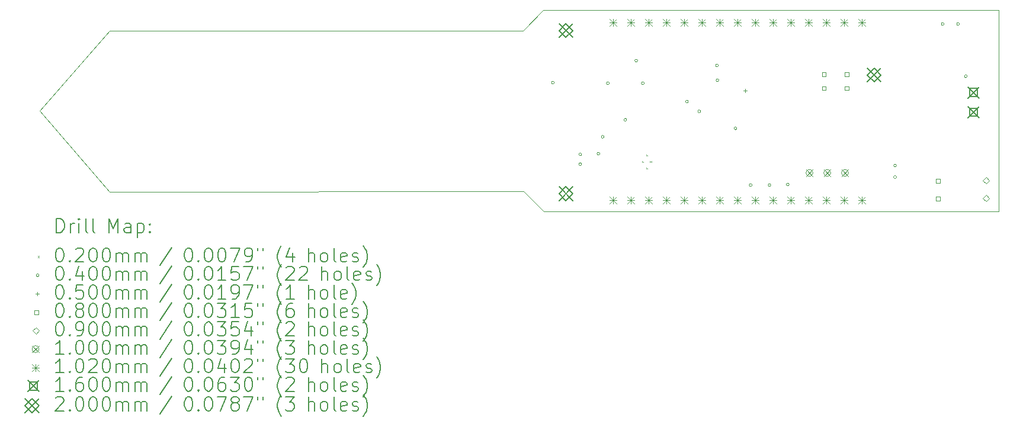
<source format=gbr>
%TF.GenerationSoftware,KiCad,Pcbnew,(7.0.0)*%
%TF.CreationDate,2023-04-17T14:45:23+03:00*%
%TF.ProjectId,sensor_system,73656e73-6f72-45f7-9379-7374656d2e6b,rev?*%
%TF.SameCoordinates,Original*%
%TF.FileFunction,Drillmap*%
%TF.FilePolarity,Positive*%
%FSLAX45Y45*%
G04 Gerber Fmt 4.5, Leading zero omitted, Abs format (unit mm)*
G04 Created by KiCad (PCBNEW (7.0.0)) date 2023-04-17 14:45:23*
%MOMM*%
%LPD*%
G01*
G04 APERTURE LIST*
%ADD10C,0.100000*%
%ADD11C,0.200000*%
%ADD12C,0.020000*%
%ADD13C,0.040000*%
%ADD14C,0.050000*%
%ADD15C,0.080000*%
%ADD16C,0.090000*%
%ADD17C,0.102000*%
%ADD18C,0.160000*%
G04 APERTURE END LIST*
D10*
X15970000Y-2390000D02*
X15970000Y-5270000D01*
X2260000Y-3830000D02*
X3260000Y-4985000D01*
X9460000Y-2390000D02*
X9175000Y-2685000D01*
X15970000Y-2390000D02*
X9460000Y-2390000D01*
X3260000Y-2680000D02*
X2260000Y-3830000D01*
X9175000Y-2685000D02*
X3260000Y-2680000D01*
X15970000Y-5270000D02*
X9465000Y-5270000D01*
X9185000Y-4980000D02*
X3260000Y-4985000D01*
X9465000Y-5270000D02*
X9185000Y-4980000D01*
D11*
D12*
X10872500Y-4545000D02*
X10892500Y-4565000D01*
X10892500Y-4545000D02*
X10872500Y-4565000D01*
X10930000Y-4450000D02*
X10950000Y-4470000D01*
X10950000Y-4450000D02*
X10930000Y-4470000D01*
X10930000Y-4640000D02*
X10950000Y-4660000D01*
X10950000Y-4640000D02*
X10930000Y-4660000D01*
X10987500Y-4545000D02*
X11007500Y-4565000D01*
X11007500Y-4545000D02*
X10987500Y-4565000D01*
D13*
X9620000Y-3425000D02*
G75*
G03*
X9620000Y-3425000I-20000J0D01*
G01*
X10010000Y-4450000D02*
G75*
G03*
X10010000Y-4450000I-20000J0D01*
G01*
X10010000Y-4590000D02*
G75*
G03*
X10010000Y-4590000I-20000J0D01*
G01*
X10270000Y-4440000D02*
G75*
G03*
X10270000Y-4440000I-20000J0D01*
G01*
X10330000Y-4200000D02*
G75*
G03*
X10330000Y-4200000I-20000J0D01*
G01*
X10405000Y-3435000D02*
G75*
G03*
X10405000Y-3435000I-20000J0D01*
G01*
X10655000Y-3955000D02*
G75*
G03*
X10655000Y-3955000I-20000J0D01*
G01*
X10810000Y-3110000D02*
G75*
G03*
X10810000Y-3110000I-20000J0D01*
G01*
X10905000Y-3435000D02*
G75*
G03*
X10905000Y-3435000I-20000J0D01*
G01*
X11535000Y-3695000D02*
G75*
G03*
X11535000Y-3695000I-20000J0D01*
G01*
X11710000Y-3835000D02*
G75*
G03*
X11710000Y-3835000I-20000J0D01*
G01*
X11965000Y-3180000D02*
G75*
G03*
X11965000Y-3180000I-20000J0D01*
G01*
X11970000Y-3390000D02*
G75*
G03*
X11970000Y-3390000I-20000J0D01*
G01*
X12230000Y-4080000D02*
G75*
G03*
X12230000Y-4080000I-20000J0D01*
G01*
X12445000Y-4890000D02*
G75*
G03*
X12445000Y-4890000I-20000J0D01*
G01*
X12715000Y-4890000D02*
G75*
G03*
X12715000Y-4890000I-20000J0D01*
G01*
X12975000Y-4880000D02*
G75*
G03*
X12975000Y-4880000I-20000J0D01*
G01*
X14510000Y-4610000D02*
G75*
G03*
X14510000Y-4610000I-20000J0D01*
G01*
X14510000Y-4775000D02*
G75*
G03*
X14510000Y-4775000I-20000J0D01*
G01*
X15190000Y-2585000D02*
G75*
G03*
X15190000Y-2585000I-20000J0D01*
G01*
X15410000Y-2585000D02*
G75*
G03*
X15410000Y-2585000I-20000J0D01*
G01*
X15520000Y-3335000D02*
G75*
G03*
X15520000Y-3335000I-20000J0D01*
G01*
D14*
X12345000Y-3515000D02*
X12345000Y-3565000D01*
X12320000Y-3540000D02*
X12370000Y-3540000D01*
D15*
X13503284Y-3333284D02*
X13503284Y-3276715D01*
X13446715Y-3276715D01*
X13446715Y-3333284D01*
X13503284Y-3333284D01*
X13503284Y-3533284D02*
X13503284Y-3476715D01*
X13446715Y-3476715D01*
X13446715Y-3533284D01*
X13503284Y-3533284D01*
X13828284Y-3333284D02*
X13828284Y-3276715D01*
X13771715Y-3276715D01*
X13771715Y-3333284D01*
X13828284Y-3333284D01*
X13828284Y-3533284D02*
X13828284Y-3476715D01*
X13771715Y-3476715D01*
X13771715Y-3533284D01*
X13828284Y-3533284D01*
X15133284Y-4859285D02*
X15133284Y-4802716D01*
X15076715Y-4802716D01*
X15076715Y-4859285D01*
X15133284Y-4859285D01*
X15133284Y-5113285D02*
X15133284Y-5056716D01*
X15076715Y-5056716D01*
X15076715Y-5113285D01*
X15133284Y-5113285D01*
D16*
X15790000Y-4868000D02*
X15835000Y-4823000D01*
X15790000Y-4778000D01*
X15745000Y-4823000D01*
X15790000Y-4868000D01*
X15790000Y-5122000D02*
X15835000Y-5077000D01*
X15790000Y-5032000D01*
X15745000Y-5077000D01*
X15790000Y-5122000D01*
D10*
X13216000Y-4665000D02*
X13316000Y-4765000D01*
X13316000Y-4665000D02*
X13216000Y-4765000D01*
X13316000Y-4715000D02*
G75*
G03*
X13316000Y-4715000I-50000J0D01*
G01*
X13470000Y-4665000D02*
X13570000Y-4765000D01*
X13570000Y-4665000D02*
X13470000Y-4765000D01*
X13570000Y-4715000D02*
G75*
G03*
X13570000Y-4715000I-50000J0D01*
G01*
X13724000Y-4665000D02*
X13824000Y-4765000D01*
X13824000Y-4665000D02*
X13724000Y-4765000D01*
X13824000Y-4715000D02*
G75*
G03*
X13824000Y-4715000I-50000J0D01*
G01*
D17*
X10410000Y-2512000D02*
X10512000Y-2614000D01*
X10512000Y-2512000D02*
X10410000Y-2614000D01*
X10461000Y-2512000D02*
X10461000Y-2614000D01*
X10410000Y-2563000D02*
X10512000Y-2563000D01*
X10410000Y-5052000D02*
X10512000Y-5154000D01*
X10512000Y-5052000D02*
X10410000Y-5154000D01*
X10461000Y-5052000D02*
X10461000Y-5154000D01*
X10410000Y-5103000D02*
X10512000Y-5103000D01*
X10664000Y-2512000D02*
X10766000Y-2614000D01*
X10766000Y-2512000D02*
X10664000Y-2614000D01*
X10715000Y-2512000D02*
X10715000Y-2614000D01*
X10664000Y-2563000D02*
X10766000Y-2563000D01*
X10664000Y-5052000D02*
X10766000Y-5154000D01*
X10766000Y-5052000D02*
X10664000Y-5154000D01*
X10715000Y-5052000D02*
X10715000Y-5154000D01*
X10664000Y-5103000D02*
X10766000Y-5103000D01*
X10918000Y-2512000D02*
X11020000Y-2614000D01*
X11020000Y-2512000D02*
X10918000Y-2614000D01*
X10969000Y-2512000D02*
X10969000Y-2614000D01*
X10918000Y-2563000D02*
X11020000Y-2563000D01*
X10918000Y-5052000D02*
X11020000Y-5154000D01*
X11020000Y-5052000D02*
X10918000Y-5154000D01*
X10969000Y-5052000D02*
X10969000Y-5154000D01*
X10918000Y-5103000D02*
X11020000Y-5103000D01*
X11172000Y-2512000D02*
X11274000Y-2614000D01*
X11274000Y-2512000D02*
X11172000Y-2614000D01*
X11223000Y-2512000D02*
X11223000Y-2614000D01*
X11172000Y-2563000D02*
X11274000Y-2563000D01*
X11172000Y-5052000D02*
X11274000Y-5154000D01*
X11274000Y-5052000D02*
X11172000Y-5154000D01*
X11223000Y-5052000D02*
X11223000Y-5154000D01*
X11172000Y-5103000D02*
X11274000Y-5103000D01*
X11426000Y-2512000D02*
X11528000Y-2614000D01*
X11528000Y-2512000D02*
X11426000Y-2614000D01*
X11477000Y-2512000D02*
X11477000Y-2614000D01*
X11426000Y-2563000D02*
X11528000Y-2563000D01*
X11426000Y-5052000D02*
X11528000Y-5154000D01*
X11528000Y-5052000D02*
X11426000Y-5154000D01*
X11477000Y-5052000D02*
X11477000Y-5154000D01*
X11426000Y-5103000D02*
X11528000Y-5103000D01*
X11680000Y-2512000D02*
X11782000Y-2614000D01*
X11782000Y-2512000D02*
X11680000Y-2614000D01*
X11731000Y-2512000D02*
X11731000Y-2614000D01*
X11680000Y-2563000D02*
X11782000Y-2563000D01*
X11680000Y-5052000D02*
X11782000Y-5154000D01*
X11782000Y-5052000D02*
X11680000Y-5154000D01*
X11731000Y-5052000D02*
X11731000Y-5154000D01*
X11680000Y-5103000D02*
X11782000Y-5103000D01*
X11934000Y-2512000D02*
X12036000Y-2614000D01*
X12036000Y-2512000D02*
X11934000Y-2614000D01*
X11985000Y-2512000D02*
X11985000Y-2614000D01*
X11934000Y-2563000D02*
X12036000Y-2563000D01*
X11934000Y-5052000D02*
X12036000Y-5154000D01*
X12036000Y-5052000D02*
X11934000Y-5154000D01*
X11985000Y-5052000D02*
X11985000Y-5154000D01*
X11934000Y-5103000D02*
X12036000Y-5103000D01*
X12188000Y-2512000D02*
X12290000Y-2614000D01*
X12290000Y-2512000D02*
X12188000Y-2614000D01*
X12239000Y-2512000D02*
X12239000Y-2614000D01*
X12188000Y-2563000D02*
X12290000Y-2563000D01*
X12188000Y-5052000D02*
X12290000Y-5154000D01*
X12290000Y-5052000D02*
X12188000Y-5154000D01*
X12239000Y-5052000D02*
X12239000Y-5154000D01*
X12188000Y-5103000D02*
X12290000Y-5103000D01*
X12442000Y-2512000D02*
X12544000Y-2614000D01*
X12544000Y-2512000D02*
X12442000Y-2614000D01*
X12493000Y-2512000D02*
X12493000Y-2614000D01*
X12442000Y-2563000D02*
X12544000Y-2563000D01*
X12442000Y-5052000D02*
X12544000Y-5154000D01*
X12544000Y-5052000D02*
X12442000Y-5154000D01*
X12493000Y-5052000D02*
X12493000Y-5154000D01*
X12442000Y-5103000D02*
X12544000Y-5103000D01*
X12696000Y-2512000D02*
X12798000Y-2614000D01*
X12798000Y-2512000D02*
X12696000Y-2614000D01*
X12747000Y-2512000D02*
X12747000Y-2614000D01*
X12696000Y-2563000D02*
X12798000Y-2563000D01*
X12696000Y-5052000D02*
X12798000Y-5154000D01*
X12798000Y-5052000D02*
X12696000Y-5154000D01*
X12747000Y-5052000D02*
X12747000Y-5154000D01*
X12696000Y-5103000D02*
X12798000Y-5103000D01*
X12950000Y-2512000D02*
X13052000Y-2614000D01*
X13052000Y-2512000D02*
X12950000Y-2614000D01*
X13001000Y-2512000D02*
X13001000Y-2614000D01*
X12950000Y-2563000D02*
X13052000Y-2563000D01*
X12950000Y-5052000D02*
X13052000Y-5154000D01*
X13052000Y-5052000D02*
X12950000Y-5154000D01*
X13001000Y-5052000D02*
X13001000Y-5154000D01*
X12950000Y-5103000D02*
X13052000Y-5103000D01*
X13204000Y-2512000D02*
X13306000Y-2614000D01*
X13306000Y-2512000D02*
X13204000Y-2614000D01*
X13255000Y-2512000D02*
X13255000Y-2614000D01*
X13204000Y-2563000D02*
X13306000Y-2563000D01*
X13204000Y-5052000D02*
X13306000Y-5154000D01*
X13306000Y-5052000D02*
X13204000Y-5154000D01*
X13255000Y-5052000D02*
X13255000Y-5154000D01*
X13204000Y-5103000D02*
X13306000Y-5103000D01*
X13458000Y-2512000D02*
X13560000Y-2614000D01*
X13560000Y-2512000D02*
X13458000Y-2614000D01*
X13509000Y-2512000D02*
X13509000Y-2614000D01*
X13458000Y-2563000D02*
X13560000Y-2563000D01*
X13458000Y-5052000D02*
X13560000Y-5154000D01*
X13560000Y-5052000D02*
X13458000Y-5154000D01*
X13509000Y-5052000D02*
X13509000Y-5154000D01*
X13458000Y-5103000D02*
X13560000Y-5103000D01*
X13712000Y-2512000D02*
X13814000Y-2614000D01*
X13814000Y-2512000D02*
X13712000Y-2614000D01*
X13763000Y-2512000D02*
X13763000Y-2614000D01*
X13712000Y-2563000D02*
X13814000Y-2563000D01*
X13712000Y-5052000D02*
X13814000Y-5154000D01*
X13814000Y-5052000D02*
X13712000Y-5154000D01*
X13763000Y-5052000D02*
X13763000Y-5154000D01*
X13712000Y-5103000D02*
X13814000Y-5103000D01*
X13966000Y-2512000D02*
X14068000Y-2614000D01*
X14068000Y-2512000D02*
X13966000Y-2614000D01*
X14017000Y-2512000D02*
X14017000Y-2614000D01*
X13966000Y-2563000D02*
X14068000Y-2563000D01*
X13966000Y-5052000D02*
X14068000Y-5154000D01*
X14068000Y-5052000D02*
X13966000Y-5154000D01*
X14017000Y-5052000D02*
X14017000Y-5154000D01*
X13966000Y-5103000D02*
X14068000Y-5103000D01*
D18*
X15530000Y-3485000D02*
X15690000Y-3645000D01*
X15690000Y-3485000D02*
X15530000Y-3645000D01*
X15666569Y-3621569D02*
X15666569Y-3508431D01*
X15553431Y-3508431D01*
X15553431Y-3621569D01*
X15666569Y-3621569D01*
X15530000Y-3769000D02*
X15690000Y-3929000D01*
X15690000Y-3769000D02*
X15530000Y-3929000D01*
X15666569Y-3905569D02*
X15666569Y-3792431D01*
X15553431Y-3792431D01*
X15553431Y-3905569D01*
X15666569Y-3905569D01*
D11*
X9685000Y-2580000D02*
X9885000Y-2780000D01*
X9885000Y-2580000D02*
X9685000Y-2780000D01*
X9785000Y-2780000D02*
X9885000Y-2680000D01*
X9785000Y-2580000D01*
X9685000Y-2680000D01*
X9785000Y-2780000D01*
X9685000Y-4910000D02*
X9885000Y-5110000D01*
X9885000Y-4910000D02*
X9685000Y-5110000D01*
X9785000Y-5110000D02*
X9885000Y-5010000D01*
X9785000Y-4910000D01*
X9685000Y-5010000D01*
X9785000Y-5110000D01*
X14090000Y-3215000D02*
X14290000Y-3415000D01*
X14290000Y-3215000D02*
X14090000Y-3415000D01*
X14190000Y-3415000D02*
X14290000Y-3315000D01*
X14190000Y-3215000D01*
X14090000Y-3315000D01*
X14190000Y-3415000D01*
X2502619Y-5568476D02*
X2502619Y-5368476D01*
X2502619Y-5368476D02*
X2550238Y-5368476D01*
X2550238Y-5368476D02*
X2578810Y-5378000D01*
X2578810Y-5378000D02*
X2597857Y-5397048D01*
X2597857Y-5397048D02*
X2607381Y-5416095D01*
X2607381Y-5416095D02*
X2616905Y-5454190D01*
X2616905Y-5454190D02*
X2616905Y-5482762D01*
X2616905Y-5482762D02*
X2607381Y-5520857D01*
X2607381Y-5520857D02*
X2597857Y-5539905D01*
X2597857Y-5539905D02*
X2578810Y-5558952D01*
X2578810Y-5558952D02*
X2550238Y-5568476D01*
X2550238Y-5568476D02*
X2502619Y-5568476D01*
X2702619Y-5568476D02*
X2702619Y-5435143D01*
X2702619Y-5473238D02*
X2712143Y-5454190D01*
X2712143Y-5454190D02*
X2721667Y-5444667D01*
X2721667Y-5444667D02*
X2740714Y-5435143D01*
X2740714Y-5435143D02*
X2759762Y-5435143D01*
X2826428Y-5568476D02*
X2826428Y-5435143D01*
X2826428Y-5368476D02*
X2816905Y-5378000D01*
X2816905Y-5378000D02*
X2826428Y-5387524D01*
X2826428Y-5387524D02*
X2835952Y-5378000D01*
X2835952Y-5378000D02*
X2826428Y-5368476D01*
X2826428Y-5368476D02*
X2826428Y-5387524D01*
X2950238Y-5568476D02*
X2931190Y-5558952D01*
X2931190Y-5558952D02*
X2921667Y-5539905D01*
X2921667Y-5539905D02*
X2921667Y-5368476D01*
X3055000Y-5568476D02*
X3035952Y-5558952D01*
X3035952Y-5558952D02*
X3026428Y-5539905D01*
X3026428Y-5539905D02*
X3026428Y-5368476D01*
X3251190Y-5568476D02*
X3251190Y-5368476D01*
X3251190Y-5368476D02*
X3317857Y-5511333D01*
X3317857Y-5511333D02*
X3384524Y-5368476D01*
X3384524Y-5368476D02*
X3384524Y-5568476D01*
X3565476Y-5568476D02*
X3565476Y-5463714D01*
X3565476Y-5463714D02*
X3555952Y-5444667D01*
X3555952Y-5444667D02*
X3536905Y-5435143D01*
X3536905Y-5435143D02*
X3498809Y-5435143D01*
X3498809Y-5435143D02*
X3479762Y-5444667D01*
X3565476Y-5558952D02*
X3546428Y-5568476D01*
X3546428Y-5568476D02*
X3498809Y-5568476D01*
X3498809Y-5568476D02*
X3479762Y-5558952D01*
X3479762Y-5558952D02*
X3470238Y-5539905D01*
X3470238Y-5539905D02*
X3470238Y-5520857D01*
X3470238Y-5520857D02*
X3479762Y-5501810D01*
X3479762Y-5501810D02*
X3498809Y-5492286D01*
X3498809Y-5492286D02*
X3546428Y-5492286D01*
X3546428Y-5492286D02*
X3565476Y-5482762D01*
X3660714Y-5435143D02*
X3660714Y-5635143D01*
X3660714Y-5444667D02*
X3679762Y-5435143D01*
X3679762Y-5435143D02*
X3717857Y-5435143D01*
X3717857Y-5435143D02*
X3736905Y-5444667D01*
X3736905Y-5444667D02*
X3746428Y-5454190D01*
X3746428Y-5454190D02*
X3755952Y-5473238D01*
X3755952Y-5473238D02*
X3755952Y-5530381D01*
X3755952Y-5530381D02*
X3746428Y-5549429D01*
X3746428Y-5549429D02*
X3736905Y-5558952D01*
X3736905Y-5558952D02*
X3717857Y-5568476D01*
X3717857Y-5568476D02*
X3679762Y-5568476D01*
X3679762Y-5568476D02*
X3660714Y-5558952D01*
X3841667Y-5549429D02*
X3851190Y-5558952D01*
X3851190Y-5558952D02*
X3841667Y-5568476D01*
X3841667Y-5568476D02*
X3832143Y-5558952D01*
X3832143Y-5558952D02*
X3841667Y-5549429D01*
X3841667Y-5549429D02*
X3841667Y-5568476D01*
X3841667Y-5444667D02*
X3851190Y-5454190D01*
X3851190Y-5454190D02*
X3841667Y-5463714D01*
X3841667Y-5463714D02*
X3832143Y-5454190D01*
X3832143Y-5454190D02*
X3841667Y-5444667D01*
X3841667Y-5444667D02*
X3841667Y-5463714D01*
D12*
X2235000Y-5905000D02*
X2255000Y-5925000D01*
X2255000Y-5905000D02*
X2235000Y-5925000D01*
D11*
X2540714Y-5788476D02*
X2559762Y-5788476D01*
X2559762Y-5788476D02*
X2578810Y-5798000D01*
X2578810Y-5798000D02*
X2588333Y-5807524D01*
X2588333Y-5807524D02*
X2597857Y-5826571D01*
X2597857Y-5826571D02*
X2607381Y-5864667D01*
X2607381Y-5864667D02*
X2607381Y-5912286D01*
X2607381Y-5912286D02*
X2597857Y-5950381D01*
X2597857Y-5950381D02*
X2588333Y-5969428D01*
X2588333Y-5969428D02*
X2578810Y-5978952D01*
X2578810Y-5978952D02*
X2559762Y-5988476D01*
X2559762Y-5988476D02*
X2540714Y-5988476D01*
X2540714Y-5988476D02*
X2521667Y-5978952D01*
X2521667Y-5978952D02*
X2512143Y-5969428D01*
X2512143Y-5969428D02*
X2502619Y-5950381D01*
X2502619Y-5950381D02*
X2493095Y-5912286D01*
X2493095Y-5912286D02*
X2493095Y-5864667D01*
X2493095Y-5864667D02*
X2502619Y-5826571D01*
X2502619Y-5826571D02*
X2512143Y-5807524D01*
X2512143Y-5807524D02*
X2521667Y-5798000D01*
X2521667Y-5798000D02*
X2540714Y-5788476D01*
X2693095Y-5969428D02*
X2702619Y-5978952D01*
X2702619Y-5978952D02*
X2693095Y-5988476D01*
X2693095Y-5988476D02*
X2683571Y-5978952D01*
X2683571Y-5978952D02*
X2693095Y-5969428D01*
X2693095Y-5969428D02*
X2693095Y-5988476D01*
X2778810Y-5807524D02*
X2788333Y-5798000D01*
X2788333Y-5798000D02*
X2807381Y-5788476D01*
X2807381Y-5788476D02*
X2855000Y-5788476D01*
X2855000Y-5788476D02*
X2874048Y-5798000D01*
X2874048Y-5798000D02*
X2883571Y-5807524D01*
X2883571Y-5807524D02*
X2893095Y-5826571D01*
X2893095Y-5826571D02*
X2893095Y-5845619D01*
X2893095Y-5845619D02*
X2883571Y-5874190D01*
X2883571Y-5874190D02*
X2769286Y-5988476D01*
X2769286Y-5988476D02*
X2893095Y-5988476D01*
X3016905Y-5788476D02*
X3035952Y-5788476D01*
X3035952Y-5788476D02*
X3055000Y-5798000D01*
X3055000Y-5798000D02*
X3064524Y-5807524D01*
X3064524Y-5807524D02*
X3074048Y-5826571D01*
X3074048Y-5826571D02*
X3083571Y-5864667D01*
X3083571Y-5864667D02*
X3083571Y-5912286D01*
X3083571Y-5912286D02*
X3074048Y-5950381D01*
X3074048Y-5950381D02*
X3064524Y-5969428D01*
X3064524Y-5969428D02*
X3055000Y-5978952D01*
X3055000Y-5978952D02*
X3035952Y-5988476D01*
X3035952Y-5988476D02*
X3016905Y-5988476D01*
X3016905Y-5988476D02*
X2997857Y-5978952D01*
X2997857Y-5978952D02*
X2988333Y-5969428D01*
X2988333Y-5969428D02*
X2978809Y-5950381D01*
X2978809Y-5950381D02*
X2969286Y-5912286D01*
X2969286Y-5912286D02*
X2969286Y-5864667D01*
X2969286Y-5864667D02*
X2978809Y-5826571D01*
X2978809Y-5826571D02*
X2988333Y-5807524D01*
X2988333Y-5807524D02*
X2997857Y-5798000D01*
X2997857Y-5798000D02*
X3016905Y-5788476D01*
X3207381Y-5788476D02*
X3226429Y-5788476D01*
X3226429Y-5788476D02*
X3245476Y-5798000D01*
X3245476Y-5798000D02*
X3255000Y-5807524D01*
X3255000Y-5807524D02*
X3264524Y-5826571D01*
X3264524Y-5826571D02*
X3274048Y-5864667D01*
X3274048Y-5864667D02*
X3274048Y-5912286D01*
X3274048Y-5912286D02*
X3264524Y-5950381D01*
X3264524Y-5950381D02*
X3255000Y-5969428D01*
X3255000Y-5969428D02*
X3245476Y-5978952D01*
X3245476Y-5978952D02*
X3226429Y-5988476D01*
X3226429Y-5988476D02*
X3207381Y-5988476D01*
X3207381Y-5988476D02*
X3188333Y-5978952D01*
X3188333Y-5978952D02*
X3178809Y-5969428D01*
X3178809Y-5969428D02*
X3169286Y-5950381D01*
X3169286Y-5950381D02*
X3159762Y-5912286D01*
X3159762Y-5912286D02*
X3159762Y-5864667D01*
X3159762Y-5864667D02*
X3169286Y-5826571D01*
X3169286Y-5826571D02*
X3178809Y-5807524D01*
X3178809Y-5807524D02*
X3188333Y-5798000D01*
X3188333Y-5798000D02*
X3207381Y-5788476D01*
X3359762Y-5988476D02*
X3359762Y-5855143D01*
X3359762Y-5874190D02*
X3369286Y-5864667D01*
X3369286Y-5864667D02*
X3388333Y-5855143D01*
X3388333Y-5855143D02*
X3416905Y-5855143D01*
X3416905Y-5855143D02*
X3435952Y-5864667D01*
X3435952Y-5864667D02*
X3445476Y-5883714D01*
X3445476Y-5883714D02*
X3445476Y-5988476D01*
X3445476Y-5883714D02*
X3455000Y-5864667D01*
X3455000Y-5864667D02*
X3474048Y-5855143D01*
X3474048Y-5855143D02*
X3502619Y-5855143D01*
X3502619Y-5855143D02*
X3521667Y-5864667D01*
X3521667Y-5864667D02*
X3531190Y-5883714D01*
X3531190Y-5883714D02*
X3531190Y-5988476D01*
X3626429Y-5988476D02*
X3626429Y-5855143D01*
X3626429Y-5874190D02*
X3635952Y-5864667D01*
X3635952Y-5864667D02*
X3655000Y-5855143D01*
X3655000Y-5855143D02*
X3683571Y-5855143D01*
X3683571Y-5855143D02*
X3702619Y-5864667D01*
X3702619Y-5864667D02*
X3712143Y-5883714D01*
X3712143Y-5883714D02*
X3712143Y-5988476D01*
X3712143Y-5883714D02*
X3721667Y-5864667D01*
X3721667Y-5864667D02*
X3740714Y-5855143D01*
X3740714Y-5855143D02*
X3769286Y-5855143D01*
X3769286Y-5855143D02*
X3788333Y-5864667D01*
X3788333Y-5864667D02*
X3797857Y-5883714D01*
X3797857Y-5883714D02*
X3797857Y-5988476D01*
X4155952Y-5778952D02*
X3984524Y-6036095D01*
X4380714Y-5788476D02*
X4399762Y-5788476D01*
X4399762Y-5788476D02*
X4418810Y-5798000D01*
X4418810Y-5798000D02*
X4428333Y-5807524D01*
X4428333Y-5807524D02*
X4437857Y-5826571D01*
X4437857Y-5826571D02*
X4447381Y-5864667D01*
X4447381Y-5864667D02*
X4447381Y-5912286D01*
X4447381Y-5912286D02*
X4437857Y-5950381D01*
X4437857Y-5950381D02*
X4428333Y-5969428D01*
X4428333Y-5969428D02*
X4418810Y-5978952D01*
X4418810Y-5978952D02*
X4399762Y-5988476D01*
X4399762Y-5988476D02*
X4380714Y-5988476D01*
X4380714Y-5988476D02*
X4361667Y-5978952D01*
X4361667Y-5978952D02*
X4352143Y-5969428D01*
X4352143Y-5969428D02*
X4342619Y-5950381D01*
X4342619Y-5950381D02*
X4333095Y-5912286D01*
X4333095Y-5912286D02*
X4333095Y-5864667D01*
X4333095Y-5864667D02*
X4342619Y-5826571D01*
X4342619Y-5826571D02*
X4352143Y-5807524D01*
X4352143Y-5807524D02*
X4361667Y-5798000D01*
X4361667Y-5798000D02*
X4380714Y-5788476D01*
X4533095Y-5969428D02*
X4542619Y-5978952D01*
X4542619Y-5978952D02*
X4533095Y-5988476D01*
X4533095Y-5988476D02*
X4523572Y-5978952D01*
X4523572Y-5978952D02*
X4533095Y-5969428D01*
X4533095Y-5969428D02*
X4533095Y-5988476D01*
X4666429Y-5788476D02*
X4685476Y-5788476D01*
X4685476Y-5788476D02*
X4704524Y-5798000D01*
X4704524Y-5798000D02*
X4714048Y-5807524D01*
X4714048Y-5807524D02*
X4723572Y-5826571D01*
X4723572Y-5826571D02*
X4733095Y-5864667D01*
X4733095Y-5864667D02*
X4733095Y-5912286D01*
X4733095Y-5912286D02*
X4723572Y-5950381D01*
X4723572Y-5950381D02*
X4714048Y-5969428D01*
X4714048Y-5969428D02*
X4704524Y-5978952D01*
X4704524Y-5978952D02*
X4685476Y-5988476D01*
X4685476Y-5988476D02*
X4666429Y-5988476D01*
X4666429Y-5988476D02*
X4647381Y-5978952D01*
X4647381Y-5978952D02*
X4637857Y-5969428D01*
X4637857Y-5969428D02*
X4628333Y-5950381D01*
X4628333Y-5950381D02*
X4618810Y-5912286D01*
X4618810Y-5912286D02*
X4618810Y-5864667D01*
X4618810Y-5864667D02*
X4628333Y-5826571D01*
X4628333Y-5826571D02*
X4637857Y-5807524D01*
X4637857Y-5807524D02*
X4647381Y-5798000D01*
X4647381Y-5798000D02*
X4666429Y-5788476D01*
X4856905Y-5788476D02*
X4875953Y-5788476D01*
X4875953Y-5788476D02*
X4895000Y-5798000D01*
X4895000Y-5798000D02*
X4904524Y-5807524D01*
X4904524Y-5807524D02*
X4914048Y-5826571D01*
X4914048Y-5826571D02*
X4923572Y-5864667D01*
X4923572Y-5864667D02*
X4923572Y-5912286D01*
X4923572Y-5912286D02*
X4914048Y-5950381D01*
X4914048Y-5950381D02*
X4904524Y-5969428D01*
X4904524Y-5969428D02*
X4895000Y-5978952D01*
X4895000Y-5978952D02*
X4875953Y-5988476D01*
X4875953Y-5988476D02*
X4856905Y-5988476D01*
X4856905Y-5988476D02*
X4837857Y-5978952D01*
X4837857Y-5978952D02*
X4828333Y-5969428D01*
X4828333Y-5969428D02*
X4818810Y-5950381D01*
X4818810Y-5950381D02*
X4809286Y-5912286D01*
X4809286Y-5912286D02*
X4809286Y-5864667D01*
X4809286Y-5864667D02*
X4818810Y-5826571D01*
X4818810Y-5826571D02*
X4828333Y-5807524D01*
X4828333Y-5807524D02*
X4837857Y-5798000D01*
X4837857Y-5798000D02*
X4856905Y-5788476D01*
X4990238Y-5788476D02*
X5123572Y-5788476D01*
X5123572Y-5788476D02*
X5037857Y-5988476D01*
X5209286Y-5988476D02*
X5247381Y-5988476D01*
X5247381Y-5988476D02*
X5266429Y-5978952D01*
X5266429Y-5978952D02*
X5275953Y-5969428D01*
X5275953Y-5969428D02*
X5295000Y-5940857D01*
X5295000Y-5940857D02*
X5304524Y-5902762D01*
X5304524Y-5902762D02*
X5304524Y-5826571D01*
X5304524Y-5826571D02*
X5295000Y-5807524D01*
X5295000Y-5807524D02*
X5285476Y-5798000D01*
X5285476Y-5798000D02*
X5266429Y-5788476D01*
X5266429Y-5788476D02*
X5228333Y-5788476D01*
X5228333Y-5788476D02*
X5209286Y-5798000D01*
X5209286Y-5798000D02*
X5199762Y-5807524D01*
X5199762Y-5807524D02*
X5190238Y-5826571D01*
X5190238Y-5826571D02*
X5190238Y-5874190D01*
X5190238Y-5874190D02*
X5199762Y-5893238D01*
X5199762Y-5893238D02*
X5209286Y-5902762D01*
X5209286Y-5902762D02*
X5228333Y-5912286D01*
X5228333Y-5912286D02*
X5266429Y-5912286D01*
X5266429Y-5912286D02*
X5285476Y-5902762D01*
X5285476Y-5902762D02*
X5295000Y-5893238D01*
X5295000Y-5893238D02*
X5304524Y-5874190D01*
X5380714Y-5788476D02*
X5380714Y-5826571D01*
X5456905Y-5788476D02*
X5456905Y-5826571D01*
X5719762Y-6064667D02*
X5710238Y-6055143D01*
X5710238Y-6055143D02*
X5691191Y-6026571D01*
X5691191Y-6026571D02*
X5681667Y-6007524D01*
X5681667Y-6007524D02*
X5672143Y-5978952D01*
X5672143Y-5978952D02*
X5662619Y-5931333D01*
X5662619Y-5931333D02*
X5662619Y-5893238D01*
X5662619Y-5893238D02*
X5672143Y-5845619D01*
X5672143Y-5845619D02*
X5681667Y-5817048D01*
X5681667Y-5817048D02*
X5691191Y-5798000D01*
X5691191Y-5798000D02*
X5710238Y-5769428D01*
X5710238Y-5769428D02*
X5719762Y-5759905D01*
X5881667Y-5855143D02*
X5881667Y-5988476D01*
X5834048Y-5778952D02*
X5786429Y-5921809D01*
X5786429Y-5921809D02*
X5910238Y-5921809D01*
X6106429Y-5988476D02*
X6106429Y-5788476D01*
X6192143Y-5988476D02*
X6192143Y-5883714D01*
X6192143Y-5883714D02*
X6182619Y-5864667D01*
X6182619Y-5864667D02*
X6163572Y-5855143D01*
X6163572Y-5855143D02*
X6135000Y-5855143D01*
X6135000Y-5855143D02*
X6115952Y-5864667D01*
X6115952Y-5864667D02*
X6106429Y-5874190D01*
X6315952Y-5988476D02*
X6296905Y-5978952D01*
X6296905Y-5978952D02*
X6287381Y-5969428D01*
X6287381Y-5969428D02*
X6277857Y-5950381D01*
X6277857Y-5950381D02*
X6277857Y-5893238D01*
X6277857Y-5893238D02*
X6287381Y-5874190D01*
X6287381Y-5874190D02*
X6296905Y-5864667D01*
X6296905Y-5864667D02*
X6315952Y-5855143D01*
X6315952Y-5855143D02*
X6344524Y-5855143D01*
X6344524Y-5855143D02*
X6363572Y-5864667D01*
X6363572Y-5864667D02*
X6373095Y-5874190D01*
X6373095Y-5874190D02*
X6382619Y-5893238D01*
X6382619Y-5893238D02*
X6382619Y-5950381D01*
X6382619Y-5950381D02*
X6373095Y-5969428D01*
X6373095Y-5969428D02*
X6363572Y-5978952D01*
X6363572Y-5978952D02*
X6344524Y-5988476D01*
X6344524Y-5988476D02*
X6315952Y-5988476D01*
X6496905Y-5988476D02*
X6477857Y-5978952D01*
X6477857Y-5978952D02*
X6468333Y-5959905D01*
X6468333Y-5959905D02*
X6468333Y-5788476D01*
X6649286Y-5978952D02*
X6630238Y-5988476D01*
X6630238Y-5988476D02*
X6592143Y-5988476D01*
X6592143Y-5988476D02*
X6573095Y-5978952D01*
X6573095Y-5978952D02*
X6563572Y-5959905D01*
X6563572Y-5959905D02*
X6563572Y-5883714D01*
X6563572Y-5883714D02*
X6573095Y-5864667D01*
X6573095Y-5864667D02*
X6592143Y-5855143D01*
X6592143Y-5855143D02*
X6630238Y-5855143D01*
X6630238Y-5855143D02*
X6649286Y-5864667D01*
X6649286Y-5864667D02*
X6658810Y-5883714D01*
X6658810Y-5883714D02*
X6658810Y-5902762D01*
X6658810Y-5902762D02*
X6563572Y-5921809D01*
X6735000Y-5978952D02*
X6754048Y-5988476D01*
X6754048Y-5988476D02*
X6792143Y-5988476D01*
X6792143Y-5988476D02*
X6811191Y-5978952D01*
X6811191Y-5978952D02*
X6820714Y-5959905D01*
X6820714Y-5959905D02*
X6820714Y-5950381D01*
X6820714Y-5950381D02*
X6811191Y-5931333D01*
X6811191Y-5931333D02*
X6792143Y-5921809D01*
X6792143Y-5921809D02*
X6763572Y-5921809D01*
X6763572Y-5921809D02*
X6744524Y-5912286D01*
X6744524Y-5912286D02*
X6735000Y-5893238D01*
X6735000Y-5893238D02*
X6735000Y-5883714D01*
X6735000Y-5883714D02*
X6744524Y-5864667D01*
X6744524Y-5864667D02*
X6763572Y-5855143D01*
X6763572Y-5855143D02*
X6792143Y-5855143D01*
X6792143Y-5855143D02*
X6811191Y-5864667D01*
X6887381Y-6064667D02*
X6896905Y-6055143D01*
X6896905Y-6055143D02*
X6915953Y-6026571D01*
X6915953Y-6026571D02*
X6925476Y-6007524D01*
X6925476Y-6007524D02*
X6935000Y-5978952D01*
X6935000Y-5978952D02*
X6944524Y-5931333D01*
X6944524Y-5931333D02*
X6944524Y-5893238D01*
X6944524Y-5893238D02*
X6935000Y-5845619D01*
X6935000Y-5845619D02*
X6925476Y-5817048D01*
X6925476Y-5817048D02*
X6915953Y-5798000D01*
X6915953Y-5798000D02*
X6896905Y-5769428D01*
X6896905Y-5769428D02*
X6887381Y-5759905D01*
D13*
X2255000Y-6179000D02*
G75*
G03*
X2255000Y-6179000I-20000J0D01*
G01*
D11*
X2540714Y-6052476D02*
X2559762Y-6052476D01*
X2559762Y-6052476D02*
X2578810Y-6062000D01*
X2578810Y-6062000D02*
X2588333Y-6071524D01*
X2588333Y-6071524D02*
X2597857Y-6090571D01*
X2597857Y-6090571D02*
X2607381Y-6128667D01*
X2607381Y-6128667D02*
X2607381Y-6176286D01*
X2607381Y-6176286D02*
X2597857Y-6214381D01*
X2597857Y-6214381D02*
X2588333Y-6233428D01*
X2588333Y-6233428D02*
X2578810Y-6242952D01*
X2578810Y-6242952D02*
X2559762Y-6252476D01*
X2559762Y-6252476D02*
X2540714Y-6252476D01*
X2540714Y-6252476D02*
X2521667Y-6242952D01*
X2521667Y-6242952D02*
X2512143Y-6233428D01*
X2512143Y-6233428D02*
X2502619Y-6214381D01*
X2502619Y-6214381D02*
X2493095Y-6176286D01*
X2493095Y-6176286D02*
X2493095Y-6128667D01*
X2493095Y-6128667D02*
X2502619Y-6090571D01*
X2502619Y-6090571D02*
X2512143Y-6071524D01*
X2512143Y-6071524D02*
X2521667Y-6062000D01*
X2521667Y-6062000D02*
X2540714Y-6052476D01*
X2693095Y-6233428D02*
X2702619Y-6242952D01*
X2702619Y-6242952D02*
X2693095Y-6252476D01*
X2693095Y-6252476D02*
X2683571Y-6242952D01*
X2683571Y-6242952D02*
X2693095Y-6233428D01*
X2693095Y-6233428D02*
X2693095Y-6252476D01*
X2874048Y-6119143D02*
X2874048Y-6252476D01*
X2826428Y-6042952D02*
X2778810Y-6185809D01*
X2778810Y-6185809D02*
X2902619Y-6185809D01*
X3016905Y-6052476D02*
X3035952Y-6052476D01*
X3035952Y-6052476D02*
X3055000Y-6062000D01*
X3055000Y-6062000D02*
X3064524Y-6071524D01*
X3064524Y-6071524D02*
X3074048Y-6090571D01*
X3074048Y-6090571D02*
X3083571Y-6128667D01*
X3083571Y-6128667D02*
X3083571Y-6176286D01*
X3083571Y-6176286D02*
X3074048Y-6214381D01*
X3074048Y-6214381D02*
X3064524Y-6233428D01*
X3064524Y-6233428D02*
X3055000Y-6242952D01*
X3055000Y-6242952D02*
X3035952Y-6252476D01*
X3035952Y-6252476D02*
X3016905Y-6252476D01*
X3016905Y-6252476D02*
X2997857Y-6242952D01*
X2997857Y-6242952D02*
X2988333Y-6233428D01*
X2988333Y-6233428D02*
X2978809Y-6214381D01*
X2978809Y-6214381D02*
X2969286Y-6176286D01*
X2969286Y-6176286D02*
X2969286Y-6128667D01*
X2969286Y-6128667D02*
X2978809Y-6090571D01*
X2978809Y-6090571D02*
X2988333Y-6071524D01*
X2988333Y-6071524D02*
X2997857Y-6062000D01*
X2997857Y-6062000D02*
X3016905Y-6052476D01*
X3207381Y-6052476D02*
X3226429Y-6052476D01*
X3226429Y-6052476D02*
X3245476Y-6062000D01*
X3245476Y-6062000D02*
X3255000Y-6071524D01*
X3255000Y-6071524D02*
X3264524Y-6090571D01*
X3264524Y-6090571D02*
X3274048Y-6128667D01*
X3274048Y-6128667D02*
X3274048Y-6176286D01*
X3274048Y-6176286D02*
X3264524Y-6214381D01*
X3264524Y-6214381D02*
X3255000Y-6233428D01*
X3255000Y-6233428D02*
X3245476Y-6242952D01*
X3245476Y-6242952D02*
X3226429Y-6252476D01*
X3226429Y-6252476D02*
X3207381Y-6252476D01*
X3207381Y-6252476D02*
X3188333Y-6242952D01*
X3188333Y-6242952D02*
X3178809Y-6233428D01*
X3178809Y-6233428D02*
X3169286Y-6214381D01*
X3169286Y-6214381D02*
X3159762Y-6176286D01*
X3159762Y-6176286D02*
X3159762Y-6128667D01*
X3159762Y-6128667D02*
X3169286Y-6090571D01*
X3169286Y-6090571D02*
X3178809Y-6071524D01*
X3178809Y-6071524D02*
X3188333Y-6062000D01*
X3188333Y-6062000D02*
X3207381Y-6052476D01*
X3359762Y-6252476D02*
X3359762Y-6119143D01*
X3359762Y-6138190D02*
X3369286Y-6128667D01*
X3369286Y-6128667D02*
X3388333Y-6119143D01*
X3388333Y-6119143D02*
X3416905Y-6119143D01*
X3416905Y-6119143D02*
X3435952Y-6128667D01*
X3435952Y-6128667D02*
X3445476Y-6147714D01*
X3445476Y-6147714D02*
X3445476Y-6252476D01*
X3445476Y-6147714D02*
X3455000Y-6128667D01*
X3455000Y-6128667D02*
X3474048Y-6119143D01*
X3474048Y-6119143D02*
X3502619Y-6119143D01*
X3502619Y-6119143D02*
X3521667Y-6128667D01*
X3521667Y-6128667D02*
X3531190Y-6147714D01*
X3531190Y-6147714D02*
X3531190Y-6252476D01*
X3626429Y-6252476D02*
X3626429Y-6119143D01*
X3626429Y-6138190D02*
X3635952Y-6128667D01*
X3635952Y-6128667D02*
X3655000Y-6119143D01*
X3655000Y-6119143D02*
X3683571Y-6119143D01*
X3683571Y-6119143D02*
X3702619Y-6128667D01*
X3702619Y-6128667D02*
X3712143Y-6147714D01*
X3712143Y-6147714D02*
X3712143Y-6252476D01*
X3712143Y-6147714D02*
X3721667Y-6128667D01*
X3721667Y-6128667D02*
X3740714Y-6119143D01*
X3740714Y-6119143D02*
X3769286Y-6119143D01*
X3769286Y-6119143D02*
X3788333Y-6128667D01*
X3788333Y-6128667D02*
X3797857Y-6147714D01*
X3797857Y-6147714D02*
X3797857Y-6252476D01*
X4155952Y-6042952D02*
X3984524Y-6300095D01*
X4380714Y-6052476D02*
X4399762Y-6052476D01*
X4399762Y-6052476D02*
X4418810Y-6062000D01*
X4418810Y-6062000D02*
X4428333Y-6071524D01*
X4428333Y-6071524D02*
X4437857Y-6090571D01*
X4437857Y-6090571D02*
X4447381Y-6128667D01*
X4447381Y-6128667D02*
X4447381Y-6176286D01*
X4447381Y-6176286D02*
X4437857Y-6214381D01*
X4437857Y-6214381D02*
X4428333Y-6233428D01*
X4428333Y-6233428D02*
X4418810Y-6242952D01*
X4418810Y-6242952D02*
X4399762Y-6252476D01*
X4399762Y-6252476D02*
X4380714Y-6252476D01*
X4380714Y-6252476D02*
X4361667Y-6242952D01*
X4361667Y-6242952D02*
X4352143Y-6233428D01*
X4352143Y-6233428D02*
X4342619Y-6214381D01*
X4342619Y-6214381D02*
X4333095Y-6176286D01*
X4333095Y-6176286D02*
X4333095Y-6128667D01*
X4333095Y-6128667D02*
X4342619Y-6090571D01*
X4342619Y-6090571D02*
X4352143Y-6071524D01*
X4352143Y-6071524D02*
X4361667Y-6062000D01*
X4361667Y-6062000D02*
X4380714Y-6052476D01*
X4533095Y-6233428D02*
X4542619Y-6242952D01*
X4542619Y-6242952D02*
X4533095Y-6252476D01*
X4533095Y-6252476D02*
X4523572Y-6242952D01*
X4523572Y-6242952D02*
X4533095Y-6233428D01*
X4533095Y-6233428D02*
X4533095Y-6252476D01*
X4666429Y-6052476D02*
X4685476Y-6052476D01*
X4685476Y-6052476D02*
X4704524Y-6062000D01*
X4704524Y-6062000D02*
X4714048Y-6071524D01*
X4714048Y-6071524D02*
X4723572Y-6090571D01*
X4723572Y-6090571D02*
X4733095Y-6128667D01*
X4733095Y-6128667D02*
X4733095Y-6176286D01*
X4733095Y-6176286D02*
X4723572Y-6214381D01*
X4723572Y-6214381D02*
X4714048Y-6233428D01*
X4714048Y-6233428D02*
X4704524Y-6242952D01*
X4704524Y-6242952D02*
X4685476Y-6252476D01*
X4685476Y-6252476D02*
X4666429Y-6252476D01*
X4666429Y-6252476D02*
X4647381Y-6242952D01*
X4647381Y-6242952D02*
X4637857Y-6233428D01*
X4637857Y-6233428D02*
X4628333Y-6214381D01*
X4628333Y-6214381D02*
X4618810Y-6176286D01*
X4618810Y-6176286D02*
X4618810Y-6128667D01*
X4618810Y-6128667D02*
X4628333Y-6090571D01*
X4628333Y-6090571D02*
X4637857Y-6071524D01*
X4637857Y-6071524D02*
X4647381Y-6062000D01*
X4647381Y-6062000D02*
X4666429Y-6052476D01*
X4923572Y-6252476D02*
X4809286Y-6252476D01*
X4866429Y-6252476D02*
X4866429Y-6052476D01*
X4866429Y-6052476D02*
X4847381Y-6081048D01*
X4847381Y-6081048D02*
X4828333Y-6100095D01*
X4828333Y-6100095D02*
X4809286Y-6109619D01*
X5104524Y-6052476D02*
X5009286Y-6052476D01*
X5009286Y-6052476D02*
X4999762Y-6147714D01*
X4999762Y-6147714D02*
X5009286Y-6138190D01*
X5009286Y-6138190D02*
X5028333Y-6128667D01*
X5028333Y-6128667D02*
X5075953Y-6128667D01*
X5075953Y-6128667D02*
X5095000Y-6138190D01*
X5095000Y-6138190D02*
X5104524Y-6147714D01*
X5104524Y-6147714D02*
X5114048Y-6166762D01*
X5114048Y-6166762D02*
X5114048Y-6214381D01*
X5114048Y-6214381D02*
X5104524Y-6233428D01*
X5104524Y-6233428D02*
X5095000Y-6242952D01*
X5095000Y-6242952D02*
X5075953Y-6252476D01*
X5075953Y-6252476D02*
X5028333Y-6252476D01*
X5028333Y-6252476D02*
X5009286Y-6242952D01*
X5009286Y-6242952D02*
X4999762Y-6233428D01*
X5180714Y-6052476D02*
X5314048Y-6052476D01*
X5314048Y-6052476D02*
X5228333Y-6252476D01*
X5380714Y-6052476D02*
X5380714Y-6090571D01*
X5456905Y-6052476D02*
X5456905Y-6090571D01*
X5719762Y-6328667D02*
X5710238Y-6319143D01*
X5710238Y-6319143D02*
X5691191Y-6290571D01*
X5691191Y-6290571D02*
X5681667Y-6271524D01*
X5681667Y-6271524D02*
X5672143Y-6242952D01*
X5672143Y-6242952D02*
X5662619Y-6195333D01*
X5662619Y-6195333D02*
X5662619Y-6157238D01*
X5662619Y-6157238D02*
X5672143Y-6109619D01*
X5672143Y-6109619D02*
X5681667Y-6081048D01*
X5681667Y-6081048D02*
X5691191Y-6062000D01*
X5691191Y-6062000D02*
X5710238Y-6033428D01*
X5710238Y-6033428D02*
X5719762Y-6023905D01*
X5786429Y-6071524D02*
X5795952Y-6062000D01*
X5795952Y-6062000D02*
X5815000Y-6052476D01*
X5815000Y-6052476D02*
X5862619Y-6052476D01*
X5862619Y-6052476D02*
X5881667Y-6062000D01*
X5881667Y-6062000D02*
X5891191Y-6071524D01*
X5891191Y-6071524D02*
X5900714Y-6090571D01*
X5900714Y-6090571D02*
X5900714Y-6109619D01*
X5900714Y-6109619D02*
X5891191Y-6138190D01*
X5891191Y-6138190D02*
X5776905Y-6252476D01*
X5776905Y-6252476D02*
X5900714Y-6252476D01*
X5976905Y-6071524D02*
X5986429Y-6062000D01*
X5986429Y-6062000D02*
X6005476Y-6052476D01*
X6005476Y-6052476D02*
X6053095Y-6052476D01*
X6053095Y-6052476D02*
X6072143Y-6062000D01*
X6072143Y-6062000D02*
X6081667Y-6071524D01*
X6081667Y-6071524D02*
X6091191Y-6090571D01*
X6091191Y-6090571D02*
X6091191Y-6109619D01*
X6091191Y-6109619D02*
X6081667Y-6138190D01*
X6081667Y-6138190D02*
X5967381Y-6252476D01*
X5967381Y-6252476D02*
X6091191Y-6252476D01*
X6296905Y-6252476D02*
X6296905Y-6052476D01*
X6382619Y-6252476D02*
X6382619Y-6147714D01*
X6382619Y-6147714D02*
X6373095Y-6128667D01*
X6373095Y-6128667D02*
X6354048Y-6119143D01*
X6354048Y-6119143D02*
X6325476Y-6119143D01*
X6325476Y-6119143D02*
X6306429Y-6128667D01*
X6306429Y-6128667D02*
X6296905Y-6138190D01*
X6506429Y-6252476D02*
X6487381Y-6242952D01*
X6487381Y-6242952D02*
X6477857Y-6233428D01*
X6477857Y-6233428D02*
X6468333Y-6214381D01*
X6468333Y-6214381D02*
X6468333Y-6157238D01*
X6468333Y-6157238D02*
X6477857Y-6138190D01*
X6477857Y-6138190D02*
X6487381Y-6128667D01*
X6487381Y-6128667D02*
X6506429Y-6119143D01*
X6506429Y-6119143D02*
X6535000Y-6119143D01*
X6535000Y-6119143D02*
X6554048Y-6128667D01*
X6554048Y-6128667D02*
X6563572Y-6138190D01*
X6563572Y-6138190D02*
X6573095Y-6157238D01*
X6573095Y-6157238D02*
X6573095Y-6214381D01*
X6573095Y-6214381D02*
X6563572Y-6233428D01*
X6563572Y-6233428D02*
X6554048Y-6242952D01*
X6554048Y-6242952D02*
X6535000Y-6252476D01*
X6535000Y-6252476D02*
X6506429Y-6252476D01*
X6687381Y-6252476D02*
X6668333Y-6242952D01*
X6668333Y-6242952D02*
X6658810Y-6223905D01*
X6658810Y-6223905D02*
X6658810Y-6052476D01*
X6839762Y-6242952D02*
X6820714Y-6252476D01*
X6820714Y-6252476D02*
X6782619Y-6252476D01*
X6782619Y-6252476D02*
X6763572Y-6242952D01*
X6763572Y-6242952D02*
X6754048Y-6223905D01*
X6754048Y-6223905D02*
X6754048Y-6147714D01*
X6754048Y-6147714D02*
X6763572Y-6128667D01*
X6763572Y-6128667D02*
X6782619Y-6119143D01*
X6782619Y-6119143D02*
X6820714Y-6119143D01*
X6820714Y-6119143D02*
X6839762Y-6128667D01*
X6839762Y-6128667D02*
X6849286Y-6147714D01*
X6849286Y-6147714D02*
X6849286Y-6166762D01*
X6849286Y-6166762D02*
X6754048Y-6185809D01*
X6925476Y-6242952D02*
X6944524Y-6252476D01*
X6944524Y-6252476D02*
X6982619Y-6252476D01*
X6982619Y-6252476D02*
X7001667Y-6242952D01*
X7001667Y-6242952D02*
X7011191Y-6223905D01*
X7011191Y-6223905D02*
X7011191Y-6214381D01*
X7011191Y-6214381D02*
X7001667Y-6195333D01*
X7001667Y-6195333D02*
X6982619Y-6185809D01*
X6982619Y-6185809D02*
X6954048Y-6185809D01*
X6954048Y-6185809D02*
X6935000Y-6176286D01*
X6935000Y-6176286D02*
X6925476Y-6157238D01*
X6925476Y-6157238D02*
X6925476Y-6147714D01*
X6925476Y-6147714D02*
X6935000Y-6128667D01*
X6935000Y-6128667D02*
X6954048Y-6119143D01*
X6954048Y-6119143D02*
X6982619Y-6119143D01*
X6982619Y-6119143D02*
X7001667Y-6128667D01*
X7077857Y-6328667D02*
X7087381Y-6319143D01*
X7087381Y-6319143D02*
X7106429Y-6290571D01*
X7106429Y-6290571D02*
X7115953Y-6271524D01*
X7115953Y-6271524D02*
X7125476Y-6242952D01*
X7125476Y-6242952D02*
X7135000Y-6195333D01*
X7135000Y-6195333D02*
X7135000Y-6157238D01*
X7135000Y-6157238D02*
X7125476Y-6109619D01*
X7125476Y-6109619D02*
X7115953Y-6081048D01*
X7115953Y-6081048D02*
X7106429Y-6062000D01*
X7106429Y-6062000D02*
X7087381Y-6033428D01*
X7087381Y-6033428D02*
X7077857Y-6023905D01*
D14*
X2230000Y-6418000D02*
X2230000Y-6468000D01*
X2205000Y-6443000D02*
X2255000Y-6443000D01*
D11*
X2540714Y-6316476D02*
X2559762Y-6316476D01*
X2559762Y-6316476D02*
X2578810Y-6326000D01*
X2578810Y-6326000D02*
X2588333Y-6335524D01*
X2588333Y-6335524D02*
X2597857Y-6354571D01*
X2597857Y-6354571D02*
X2607381Y-6392667D01*
X2607381Y-6392667D02*
X2607381Y-6440286D01*
X2607381Y-6440286D02*
X2597857Y-6478381D01*
X2597857Y-6478381D02*
X2588333Y-6497428D01*
X2588333Y-6497428D02*
X2578810Y-6506952D01*
X2578810Y-6506952D02*
X2559762Y-6516476D01*
X2559762Y-6516476D02*
X2540714Y-6516476D01*
X2540714Y-6516476D02*
X2521667Y-6506952D01*
X2521667Y-6506952D02*
X2512143Y-6497428D01*
X2512143Y-6497428D02*
X2502619Y-6478381D01*
X2502619Y-6478381D02*
X2493095Y-6440286D01*
X2493095Y-6440286D02*
X2493095Y-6392667D01*
X2493095Y-6392667D02*
X2502619Y-6354571D01*
X2502619Y-6354571D02*
X2512143Y-6335524D01*
X2512143Y-6335524D02*
X2521667Y-6326000D01*
X2521667Y-6326000D02*
X2540714Y-6316476D01*
X2693095Y-6497428D02*
X2702619Y-6506952D01*
X2702619Y-6506952D02*
X2693095Y-6516476D01*
X2693095Y-6516476D02*
X2683571Y-6506952D01*
X2683571Y-6506952D02*
X2693095Y-6497428D01*
X2693095Y-6497428D02*
X2693095Y-6516476D01*
X2883571Y-6316476D02*
X2788333Y-6316476D01*
X2788333Y-6316476D02*
X2778810Y-6411714D01*
X2778810Y-6411714D02*
X2788333Y-6402190D01*
X2788333Y-6402190D02*
X2807381Y-6392667D01*
X2807381Y-6392667D02*
X2855000Y-6392667D01*
X2855000Y-6392667D02*
X2874048Y-6402190D01*
X2874048Y-6402190D02*
X2883571Y-6411714D01*
X2883571Y-6411714D02*
X2893095Y-6430762D01*
X2893095Y-6430762D02*
X2893095Y-6478381D01*
X2893095Y-6478381D02*
X2883571Y-6497428D01*
X2883571Y-6497428D02*
X2874048Y-6506952D01*
X2874048Y-6506952D02*
X2855000Y-6516476D01*
X2855000Y-6516476D02*
X2807381Y-6516476D01*
X2807381Y-6516476D02*
X2788333Y-6506952D01*
X2788333Y-6506952D02*
X2778810Y-6497428D01*
X3016905Y-6316476D02*
X3035952Y-6316476D01*
X3035952Y-6316476D02*
X3055000Y-6326000D01*
X3055000Y-6326000D02*
X3064524Y-6335524D01*
X3064524Y-6335524D02*
X3074048Y-6354571D01*
X3074048Y-6354571D02*
X3083571Y-6392667D01*
X3083571Y-6392667D02*
X3083571Y-6440286D01*
X3083571Y-6440286D02*
X3074048Y-6478381D01*
X3074048Y-6478381D02*
X3064524Y-6497428D01*
X3064524Y-6497428D02*
X3055000Y-6506952D01*
X3055000Y-6506952D02*
X3035952Y-6516476D01*
X3035952Y-6516476D02*
X3016905Y-6516476D01*
X3016905Y-6516476D02*
X2997857Y-6506952D01*
X2997857Y-6506952D02*
X2988333Y-6497428D01*
X2988333Y-6497428D02*
X2978809Y-6478381D01*
X2978809Y-6478381D02*
X2969286Y-6440286D01*
X2969286Y-6440286D02*
X2969286Y-6392667D01*
X2969286Y-6392667D02*
X2978809Y-6354571D01*
X2978809Y-6354571D02*
X2988333Y-6335524D01*
X2988333Y-6335524D02*
X2997857Y-6326000D01*
X2997857Y-6326000D02*
X3016905Y-6316476D01*
X3207381Y-6316476D02*
X3226429Y-6316476D01*
X3226429Y-6316476D02*
X3245476Y-6326000D01*
X3245476Y-6326000D02*
X3255000Y-6335524D01*
X3255000Y-6335524D02*
X3264524Y-6354571D01*
X3264524Y-6354571D02*
X3274048Y-6392667D01*
X3274048Y-6392667D02*
X3274048Y-6440286D01*
X3274048Y-6440286D02*
X3264524Y-6478381D01*
X3264524Y-6478381D02*
X3255000Y-6497428D01*
X3255000Y-6497428D02*
X3245476Y-6506952D01*
X3245476Y-6506952D02*
X3226429Y-6516476D01*
X3226429Y-6516476D02*
X3207381Y-6516476D01*
X3207381Y-6516476D02*
X3188333Y-6506952D01*
X3188333Y-6506952D02*
X3178809Y-6497428D01*
X3178809Y-6497428D02*
X3169286Y-6478381D01*
X3169286Y-6478381D02*
X3159762Y-6440286D01*
X3159762Y-6440286D02*
X3159762Y-6392667D01*
X3159762Y-6392667D02*
X3169286Y-6354571D01*
X3169286Y-6354571D02*
X3178809Y-6335524D01*
X3178809Y-6335524D02*
X3188333Y-6326000D01*
X3188333Y-6326000D02*
X3207381Y-6316476D01*
X3359762Y-6516476D02*
X3359762Y-6383143D01*
X3359762Y-6402190D02*
X3369286Y-6392667D01*
X3369286Y-6392667D02*
X3388333Y-6383143D01*
X3388333Y-6383143D02*
X3416905Y-6383143D01*
X3416905Y-6383143D02*
X3435952Y-6392667D01*
X3435952Y-6392667D02*
X3445476Y-6411714D01*
X3445476Y-6411714D02*
X3445476Y-6516476D01*
X3445476Y-6411714D02*
X3455000Y-6392667D01*
X3455000Y-6392667D02*
X3474048Y-6383143D01*
X3474048Y-6383143D02*
X3502619Y-6383143D01*
X3502619Y-6383143D02*
X3521667Y-6392667D01*
X3521667Y-6392667D02*
X3531190Y-6411714D01*
X3531190Y-6411714D02*
X3531190Y-6516476D01*
X3626429Y-6516476D02*
X3626429Y-6383143D01*
X3626429Y-6402190D02*
X3635952Y-6392667D01*
X3635952Y-6392667D02*
X3655000Y-6383143D01*
X3655000Y-6383143D02*
X3683571Y-6383143D01*
X3683571Y-6383143D02*
X3702619Y-6392667D01*
X3702619Y-6392667D02*
X3712143Y-6411714D01*
X3712143Y-6411714D02*
X3712143Y-6516476D01*
X3712143Y-6411714D02*
X3721667Y-6392667D01*
X3721667Y-6392667D02*
X3740714Y-6383143D01*
X3740714Y-6383143D02*
X3769286Y-6383143D01*
X3769286Y-6383143D02*
X3788333Y-6392667D01*
X3788333Y-6392667D02*
X3797857Y-6411714D01*
X3797857Y-6411714D02*
X3797857Y-6516476D01*
X4155952Y-6306952D02*
X3984524Y-6564095D01*
X4380714Y-6316476D02*
X4399762Y-6316476D01*
X4399762Y-6316476D02*
X4418810Y-6326000D01*
X4418810Y-6326000D02*
X4428333Y-6335524D01*
X4428333Y-6335524D02*
X4437857Y-6354571D01*
X4437857Y-6354571D02*
X4447381Y-6392667D01*
X4447381Y-6392667D02*
X4447381Y-6440286D01*
X4447381Y-6440286D02*
X4437857Y-6478381D01*
X4437857Y-6478381D02*
X4428333Y-6497428D01*
X4428333Y-6497428D02*
X4418810Y-6506952D01*
X4418810Y-6506952D02*
X4399762Y-6516476D01*
X4399762Y-6516476D02*
X4380714Y-6516476D01*
X4380714Y-6516476D02*
X4361667Y-6506952D01*
X4361667Y-6506952D02*
X4352143Y-6497428D01*
X4352143Y-6497428D02*
X4342619Y-6478381D01*
X4342619Y-6478381D02*
X4333095Y-6440286D01*
X4333095Y-6440286D02*
X4333095Y-6392667D01*
X4333095Y-6392667D02*
X4342619Y-6354571D01*
X4342619Y-6354571D02*
X4352143Y-6335524D01*
X4352143Y-6335524D02*
X4361667Y-6326000D01*
X4361667Y-6326000D02*
X4380714Y-6316476D01*
X4533095Y-6497428D02*
X4542619Y-6506952D01*
X4542619Y-6506952D02*
X4533095Y-6516476D01*
X4533095Y-6516476D02*
X4523572Y-6506952D01*
X4523572Y-6506952D02*
X4533095Y-6497428D01*
X4533095Y-6497428D02*
X4533095Y-6516476D01*
X4666429Y-6316476D02*
X4685476Y-6316476D01*
X4685476Y-6316476D02*
X4704524Y-6326000D01*
X4704524Y-6326000D02*
X4714048Y-6335524D01*
X4714048Y-6335524D02*
X4723572Y-6354571D01*
X4723572Y-6354571D02*
X4733095Y-6392667D01*
X4733095Y-6392667D02*
X4733095Y-6440286D01*
X4733095Y-6440286D02*
X4723572Y-6478381D01*
X4723572Y-6478381D02*
X4714048Y-6497428D01*
X4714048Y-6497428D02*
X4704524Y-6506952D01*
X4704524Y-6506952D02*
X4685476Y-6516476D01*
X4685476Y-6516476D02*
X4666429Y-6516476D01*
X4666429Y-6516476D02*
X4647381Y-6506952D01*
X4647381Y-6506952D02*
X4637857Y-6497428D01*
X4637857Y-6497428D02*
X4628333Y-6478381D01*
X4628333Y-6478381D02*
X4618810Y-6440286D01*
X4618810Y-6440286D02*
X4618810Y-6392667D01*
X4618810Y-6392667D02*
X4628333Y-6354571D01*
X4628333Y-6354571D02*
X4637857Y-6335524D01*
X4637857Y-6335524D02*
X4647381Y-6326000D01*
X4647381Y-6326000D02*
X4666429Y-6316476D01*
X4923572Y-6516476D02*
X4809286Y-6516476D01*
X4866429Y-6516476D02*
X4866429Y-6316476D01*
X4866429Y-6316476D02*
X4847381Y-6345048D01*
X4847381Y-6345048D02*
X4828333Y-6364095D01*
X4828333Y-6364095D02*
X4809286Y-6373619D01*
X5018810Y-6516476D02*
X5056905Y-6516476D01*
X5056905Y-6516476D02*
X5075953Y-6506952D01*
X5075953Y-6506952D02*
X5085476Y-6497428D01*
X5085476Y-6497428D02*
X5104524Y-6468857D01*
X5104524Y-6468857D02*
X5114048Y-6430762D01*
X5114048Y-6430762D02*
X5114048Y-6354571D01*
X5114048Y-6354571D02*
X5104524Y-6335524D01*
X5104524Y-6335524D02*
X5095000Y-6326000D01*
X5095000Y-6326000D02*
X5075953Y-6316476D01*
X5075953Y-6316476D02*
X5037857Y-6316476D01*
X5037857Y-6316476D02*
X5018810Y-6326000D01*
X5018810Y-6326000D02*
X5009286Y-6335524D01*
X5009286Y-6335524D02*
X4999762Y-6354571D01*
X4999762Y-6354571D02*
X4999762Y-6402190D01*
X4999762Y-6402190D02*
X5009286Y-6421238D01*
X5009286Y-6421238D02*
X5018810Y-6430762D01*
X5018810Y-6430762D02*
X5037857Y-6440286D01*
X5037857Y-6440286D02*
X5075953Y-6440286D01*
X5075953Y-6440286D02*
X5095000Y-6430762D01*
X5095000Y-6430762D02*
X5104524Y-6421238D01*
X5104524Y-6421238D02*
X5114048Y-6402190D01*
X5180714Y-6316476D02*
X5314048Y-6316476D01*
X5314048Y-6316476D02*
X5228333Y-6516476D01*
X5380714Y-6316476D02*
X5380714Y-6354571D01*
X5456905Y-6316476D02*
X5456905Y-6354571D01*
X5719762Y-6592667D02*
X5710238Y-6583143D01*
X5710238Y-6583143D02*
X5691191Y-6554571D01*
X5691191Y-6554571D02*
X5681667Y-6535524D01*
X5681667Y-6535524D02*
X5672143Y-6506952D01*
X5672143Y-6506952D02*
X5662619Y-6459333D01*
X5662619Y-6459333D02*
X5662619Y-6421238D01*
X5662619Y-6421238D02*
X5672143Y-6373619D01*
X5672143Y-6373619D02*
X5681667Y-6345048D01*
X5681667Y-6345048D02*
X5691191Y-6326000D01*
X5691191Y-6326000D02*
X5710238Y-6297428D01*
X5710238Y-6297428D02*
X5719762Y-6287905D01*
X5900714Y-6516476D02*
X5786429Y-6516476D01*
X5843571Y-6516476D02*
X5843571Y-6316476D01*
X5843571Y-6316476D02*
X5824524Y-6345048D01*
X5824524Y-6345048D02*
X5805476Y-6364095D01*
X5805476Y-6364095D02*
X5786429Y-6373619D01*
X6106429Y-6516476D02*
X6106429Y-6316476D01*
X6192143Y-6516476D02*
X6192143Y-6411714D01*
X6192143Y-6411714D02*
X6182619Y-6392667D01*
X6182619Y-6392667D02*
X6163572Y-6383143D01*
X6163572Y-6383143D02*
X6135000Y-6383143D01*
X6135000Y-6383143D02*
X6115952Y-6392667D01*
X6115952Y-6392667D02*
X6106429Y-6402190D01*
X6315952Y-6516476D02*
X6296905Y-6506952D01*
X6296905Y-6506952D02*
X6287381Y-6497428D01*
X6287381Y-6497428D02*
X6277857Y-6478381D01*
X6277857Y-6478381D02*
X6277857Y-6421238D01*
X6277857Y-6421238D02*
X6287381Y-6402190D01*
X6287381Y-6402190D02*
X6296905Y-6392667D01*
X6296905Y-6392667D02*
X6315952Y-6383143D01*
X6315952Y-6383143D02*
X6344524Y-6383143D01*
X6344524Y-6383143D02*
X6363572Y-6392667D01*
X6363572Y-6392667D02*
X6373095Y-6402190D01*
X6373095Y-6402190D02*
X6382619Y-6421238D01*
X6382619Y-6421238D02*
X6382619Y-6478381D01*
X6382619Y-6478381D02*
X6373095Y-6497428D01*
X6373095Y-6497428D02*
X6363572Y-6506952D01*
X6363572Y-6506952D02*
X6344524Y-6516476D01*
X6344524Y-6516476D02*
X6315952Y-6516476D01*
X6496905Y-6516476D02*
X6477857Y-6506952D01*
X6477857Y-6506952D02*
X6468333Y-6487905D01*
X6468333Y-6487905D02*
X6468333Y-6316476D01*
X6649286Y-6506952D02*
X6630238Y-6516476D01*
X6630238Y-6516476D02*
X6592143Y-6516476D01*
X6592143Y-6516476D02*
X6573095Y-6506952D01*
X6573095Y-6506952D02*
X6563572Y-6487905D01*
X6563572Y-6487905D02*
X6563572Y-6411714D01*
X6563572Y-6411714D02*
X6573095Y-6392667D01*
X6573095Y-6392667D02*
X6592143Y-6383143D01*
X6592143Y-6383143D02*
X6630238Y-6383143D01*
X6630238Y-6383143D02*
X6649286Y-6392667D01*
X6649286Y-6392667D02*
X6658810Y-6411714D01*
X6658810Y-6411714D02*
X6658810Y-6430762D01*
X6658810Y-6430762D02*
X6563572Y-6449809D01*
X6725476Y-6592667D02*
X6735000Y-6583143D01*
X6735000Y-6583143D02*
X6754048Y-6554571D01*
X6754048Y-6554571D02*
X6763572Y-6535524D01*
X6763572Y-6535524D02*
X6773095Y-6506952D01*
X6773095Y-6506952D02*
X6782619Y-6459333D01*
X6782619Y-6459333D02*
X6782619Y-6421238D01*
X6782619Y-6421238D02*
X6773095Y-6373619D01*
X6773095Y-6373619D02*
X6763572Y-6345048D01*
X6763572Y-6345048D02*
X6754048Y-6326000D01*
X6754048Y-6326000D02*
X6735000Y-6297428D01*
X6735000Y-6297428D02*
X6725476Y-6287905D01*
D15*
X2243285Y-6735284D02*
X2243285Y-6678715D01*
X2186716Y-6678715D01*
X2186716Y-6735284D01*
X2243285Y-6735284D01*
D11*
X2540714Y-6580476D02*
X2559762Y-6580476D01*
X2559762Y-6580476D02*
X2578810Y-6590000D01*
X2578810Y-6590000D02*
X2588333Y-6599524D01*
X2588333Y-6599524D02*
X2597857Y-6618571D01*
X2597857Y-6618571D02*
X2607381Y-6656667D01*
X2607381Y-6656667D02*
X2607381Y-6704286D01*
X2607381Y-6704286D02*
X2597857Y-6742381D01*
X2597857Y-6742381D02*
X2588333Y-6761428D01*
X2588333Y-6761428D02*
X2578810Y-6770952D01*
X2578810Y-6770952D02*
X2559762Y-6780476D01*
X2559762Y-6780476D02*
X2540714Y-6780476D01*
X2540714Y-6780476D02*
X2521667Y-6770952D01*
X2521667Y-6770952D02*
X2512143Y-6761428D01*
X2512143Y-6761428D02*
X2502619Y-6742381D01*
X2502619Y-6742381D02*
X2493095Y-6704286D01*
X2493095Y-6704286D02*
X2493095Y-6656667D01*
X2493095Y-6656667D02*
X2502619Y-6618571D01*
X2502619Y-6618571D02*
X2512143Y-6599524D01*
X2512143Y-6599524D02*
X2521667Y-6590000D01*
X2521667Y-6590000D02*
X2540714Y-6580476D01*
X2693095Y-6761428D02*
X2702619Y-6770952D01*
X2702619Y-6770952D02*
X2693095Y-6780476D01*
X2693095Y-6780476D02*
X2683571Y-6770952D01*
X2683571Y-6770952D02*
X2693095Y-6761428D01*
X2693095Y-6761428D02*
X2693095Y-6780476D01*
X2816905Y-6666190D02*
X2797857Y-6656667D01*
X2797857Y-6656667D02*
X2788333Y-6647143D01*
X2788333Y-6647143D02*
X2778810Y-6628095D01*
X2778810Y-6628095D02*
X2778810Y-6618571D01*
X2778810Y-6618571D02*
X2788333Y-6599524D01*
X2788333Y-6599524D02*
X2797857Y-6590000D01*
X2797857Y-6590000D02*
X2816905Y-6580476D01*
X2816905Y-6580476D02*
X2855000Y-6580476D01*
X2855000Y-6580476D02*
X2874048Y-6590000D01*
X2874048Y-6590000D02*
X2883571Y-6599524D01*
X2883571Y-6599524D02*
X2893095Y-6618571D01*
X2893095Y-6618571D02*
X2893095Y-6628095D01*
X2893095Y-6628095D02*
X2883571Y-6647143D01*
X2883571Y-6647143D02*
X2874048Y-6656667D01*
X2874048Y-6656667D02*
X2855000Y-6666190D01*
X2855000Y-6666190D02*
X2816905Y-6666190D01*
X2816905Y-6666190D02*
X2797857Y-6675714D01*
X2797857Y-6675714D02*
X2788333Y-6685238D01*
X2788333Y-6685238D02*
X2778810Y-6704286D01*
X2778810Y-6704286D02*
X2778810Y-6742381D01*
X2778810Y-6742381D02*
X2788333Y-6761428D01*
X2788333Y-6761428D02*
X2797857Y-6770952D01*
X2797857Y-6770952D02*
X2816905Y-6780476D01*
X2816905Y-6780476D02*
X2855000Y-6780476D01*
X2855000Y-6780476D02*
X2874048Y-6770952D01*
X2874048Y-6770952D02*
X2883571Y-6761428D01*
X2883571Y-6761428D02*
X2893095Y-6742381D01*
X2893095Y-6742381D02*
X2893095Y-6704286D01*
X2893095Y-6704286D02*
X2883571Y-6685238D01*
X2883571Y-6685238D02*
X2874048Y-6675714D01*
X2874048Y-6675714D02*
X2855000Y-6666190D01*
X3016905Y-6580476D02*
X3035952Y-6580476D01*
X3035952Y-6580476D02*
X3055000Y-6590000D01*
X3055000Y-6590000D02*
X3064524Y-6599524D01*
X3064524Y-6599524D02*
X3074048Y-6618571D01*
X3074048Y-6618571D02*
X3083571Y-6656667D01*
X3083571Y-6656667D02*
X3083571Y-6704286D01*
X3083571Y-6704286D02*
X3074048Y-6742381D01*
X3074048Y-6742381D02*
X3064524Y-6761428D01*
X3064524Y-6761428D02*
X3055000Y-6770952D01*
X3055000Y-6770952D02*
X3035952Y-6780476D01*
X3035952Y-6780476D02*
X3016905Y-6780476D01*
X3016905Y-6780476D02*
X2997857Y-6770952D01*
X2997857Y-6770952D02*
X2988333Y-6761428D01*
X2988333Y-6761428D02*
X2978809Y-6742381D01*
X2978809Y-6742381D02*
X2969286Y-6704286D01*
X2969286Y-6704286D02*
X2969286Y-6656667D01*
X2969286Y-6656667D02*
X2978809Y-6618571D01*
X2978809Y-6618571D02*
X2988333Y-6599524D01*
X2988333Y-6599524D02*
X2997857Y-6590000D01*
X2997857Y-6590000D02*
X3016905Y-6580476D01*
X3207381Y-6580476D02*
X3226429Y-6580476D01*
X3226429Y-6580476D02*
X3245476Y-6590000D01*
X3245476Y-6590000D02*
X3255000Y-6599524D01*
X3255000Y-6599524D02*
X3264524Y-6618571D01*
X3264524Y-6618571D02*
X3274048Y-6656667D01*
X3274048Y-6656667D02*
X3274048Y-6704286D01*
X3274048Y-6704286D02*
X3264524Y-6742381D01*
X3264524Y-6742381D02*
X3255000Y-6761428D01*
X3255000Y-6761428D02*
X3245476Y-6770952D01*
X3245476Y-6770952D02*
X3226429Y-6780476D01*
X3226429Y-6780476D02*
X3207381Y-6780476D01*
X3207381Y-6780476D02*
X3188333Y-6770952D01*
X3188333Y-6770952D02*
X3178809Y-6761428D01*
X3178809Y-6761428D02*
X3169286Y-6742381D01*
X3169286Y-6742381D02*
X3159762Y-6704286D01*
X3159762Y-6704286D02*
X3159762Y-6656667D01*
X3159762Y-6656667D02*
X3169286Y-6618571D01*
X3169286Y-6618571D02*
X3178809Y-6599524D01*
X3178809Y-6599524D02*
X3188333Y-6590000D01*
X3188333Y-6590000D02*
X3207381Y-6580476D01*
X3359762Y-6780476D02*
X3359762Y-6647143D01*
X3359762Y-6666190D02*
X3369286Y-6656667D01*
X3369286Y-6656667D02*
X3388333Y-6647143D01*
X3388333Y-6647143D02*
X3416905Y-6647143D01*
X3416905Y-6647143D02*
X3435952Y-6656667D01*
X3435952Y-6656667D02*
X3445476Y-6675714D01*
X3445476Y-6675714D02*
X3445476Y-6780476D01*
X3445476Y-6675714D02*
X3455000Y-6656667D01*
X3455000Y-6656667D02*
X3474048Y-6647143D01*
X3474048Y-6647143D02*
X3502619Y-6647143D01*
X3502619Y-6647143D02*
X3521667Y-6656667D01*
X3521667Y-6656667D02*
X3531190Y-6675714D01*
X3531190Y-6675714D02*
X3531190Y-6780476D01*
X3626429Y-6780476D02*
X3626429Y-6647143D01*
X3626429Y-6666190D02*
X3635952Y-6656667D01*
X3635952Y-6656667D02*
X3655000Y-6647143D01*
X3655000Y-6647143D02*
X3683571Y-6647143D01*
X3683571Y-6647143D02*
X3702619Y-6656667D01*
X3702619Y-6656667D02*
X3712143Y-6675714D01*
X3712143Y-6675714D02*
X3712143Y-6780476D01*
X3712143Y-6675714D02*
X3721667Y-6656667D01*
X3721667Y-6656667D02*
X3740714Y-6647143D01*
X3740714Y-6647143D02*
X3769286Y-6647143D01*
X3769286Y-6647143D02*
X3788333Y-6656667D01*
X3788333Y-6656667D02*
X3797857Y-6675714D01*
X3797857Y-6675714D02*
X3797857Y-6780476D01*
X4155952Y-6570952D02*
X3984524Y-6828095D01*
X4380714Y-6580476D02*
X4399762Y-6580476D01*
X4399762Y-6580476D02*
X4418810Y-6590000D01*
X4418810Y-6590000D02*
X4428333Y-6599524D01*
X4428333Y-6599524D02*
X4437857Y-6618571D01*
X4437857Y-6618571D02*
X4447381Y-6656667D01*
X4447381Y-6656667D02*
X4447381Y-6704286D01*
X4447381Y-6704286D02*
X4437857Y-6742381D01*
X4437857Y-6742381D02*
X4428333Y-6761428D01*
X4428333Y-6761428D02*
X4418810Y-6770952D01*
X4418810Y-6770952D02*
X4399762Y-6780476D01*
X4399762Y-6780476D02*
X4380714Y-6780476D01*
X4380714Y-6780476D02*
X4361667Y-6770952D01*
X4361667Y-6770952D02*
X4352143Y-6761428D01*
X4352143Y-6761428D02*
X4342619Y-6742381D01*
X4342619Y-6742381D02*
X4333095Y-6704286D01*
X4333095Y-6704286D02*
X4333095Y-6656667D01*
X4333095Y-6656667D02*
X4342619Y-6618571D01*
X4342619Y-6618571D02*
X4352143Y-6599524D01*
X4352143Y-6599524D02*
X4361667Y-6590000D01*
X4361667Y-6590000D02*
X4380714Y-6580476D01*
X4533095Y-6761428D02*
X4542619Y-6770952D01*
X4542619Y-6770952D02*
X4533095Y-6780476D01*
X4533095Y-6780476D02*
X4523572Y-6770952D01*
X4523572Y-6770952D02*
X4533095Y-6761428D01*
X4533095Y-6761428D02*
X4533095Y-6780476D01*
X4666429Y-6580476D02*
X4685476Y-6580476D01*
X4685476Y-6580476D02*
X4704524Y-6590000D01*
X4704524Y-6590000D02*
X4714048Y-6599524D01*
X4714048Y-6599524D02*
X4723572Y-6618571D01*
X4723572Y-6618571D02*
X4733095Y-6656667D01*
X4733095Y-6656667D02*
X4733095Y-6704286D01*
X4733095Y-6704286D02*
X4723572Y-6742381D01*
X4723572Y-6742381D02*
X4714048Y-6761428D01*
X4714048Y-6761428D02*
X4704524Y-6770952D01*
X4704524Y-6770952D02*
X4685476Y-6780476D01*
X4685476Y-6780476D02*
X4666429Y-6780476D01*
X4666429Y-6780476D02*
X4647381Y-6770952D01*
X4647381Y-6770952D02*
X4637857Y-6761428D01*
X4637857Y-6761428D02*
X4628333Y-6742381D01*
X4628333Y-6742381D02*
X4618810Y-6704286D01*
X4618810Y-6704286D02*
X4618810Y-6656667D01*
X4618810Y-6656667D02*
X4628333Y-6618571D01*
X4628333Y-6618571D02*
X4637857Y-6599524D01*
X4637857Y-6599524D02*
X4647381Y-6590000D01*
X4647381Y-6590000D02*
X4666429Y-6580476D01*
X4799762Y-6580476D02*
X4923572Y-6580476D01*
X4923572Y-6580476D02*
X4856905Y-6656667D01*
X4856905Y-6656667D02*
X4885476Y-6656667D01*
X4885476Y-6656667D02*
X4904524Y-6666190D01*
X4904524Y-6666190D02*
X4914048Y-6675714D01*
X4914048Y-6675714D02*
X4923572Y-6694762D01*
X4923572Y-6694762D02*
X4923572Y-6742381D01*
X4923572Y-6742381D02*
X4914048Y-6761428D01*
X4914048Y-6761428D02*
X4904524Y-6770952D01*
X4904524Y-6770952D02*
X4885476Y-6780476D01*
X4885476Y-6780476D02*
X4828333Y-6780476D01*
X4828333Y-6780476D02*
X4809286Y-6770952D01*
X4809286Y-6770952D02*
X4799762Y-6761428D01*
X5114048Y-6780476D02*
X4999762Y-6780476D01*
X5056905Y-6780476D02*
X5056905Y-6580476D01*
X5056905Y-6580476D02*
X5037857Y-6609048D01*
X5037857Y-6609048D02*
X5018810Y-6628095D01*
X5018810Y-6628095D02*
X4999762Y-6637619D01*
X5295000Y-6580476D02*
X5199762Y-6580476D01*
X5199762Y-6580476D02*
X5190238Y-6675714D01*
X5190238Y-6675714D02*
X5199762Y-6666190D01*
X5199762Y-6666190D02*
X5218810Y-6656667D01*
X5218810Y-6656667D02*
X5266429Y-6656667D01*
X5266429Y-6656667D02*
X5285476Y-6666190D01*
X5285476Y-6666190D02*
X5295000Y-6675714D01*
X5295000Y-6675714D02*
X5304524Y-6694762D01*
X5304524Y-6694762D02*
X5304524Y-6742381D01*
X5304524Y-6742381D02*
X5295000Y-6761428D01*
X5295000Y-6761428D02*
X5285476Y-6770952D01*
X5285476Y-6770952D02*
X5266429Y-6780476D01*
X5266429Y-6780476D02*
X5218810Y-6780476D01*
X5218810Y-6780476D02*
X5199762Y-6770952D01*
X5199762Y-6770952D02*
X5190238Y-6761428D01*
X5380714Y-6580476D02*
X5380714Y-6618571D01*
X5456905Y-6580476D02*
X5456905Y-6618571D01*
X5719762Y-6856667D02*
X5710238Y-6847143D01*
X5710238Y-6847143D02*
X5691191Y-6818571D01*
X5691191Y-6818571D02*
X5681667Y-6799524D01*
X5681667Y-6799524D02*
X5672143Y-6770952D01*
X5672143Y-6770952D02*
X5662619Y-6723333D01*
X5662619Y-6723333D02*
X5662619Y-6685238D01*
X5662619Y-6685238D02*
X5672143Y-6637619D01*
X5672143Y-6637619D02*
X5681667Y-6609048D01*
X5681667Y-6609048D02*
X5691191Y-6590000D01*
X5691191Y-6590000D02*
X5710238Y-6561428D01*
X5710238Y-6561428D02*
X5719762Y-6551905D01*
X5881667Y-6580476D02*
X5843571Y-6580476D01*
X5843571Y-6580476D02*
X5824524Y-6590000D01*
X5824524Y-6590000D02*
X5815000Y-6599524D01*
X5815000Y-6599524D02*
X5795952Y-6628095D01*
X5795952Y-6628095D02*
X5786429Y-6666190D01*
X5786429Y-6666190D02*
X5786429Y-6742381D01*
X5786429Y-6742381D02*
X5795952Y-6761428D01*
X5795952Y-6761428D02*
X5805476Y-6770952D01*
X5805476Y-6770952D02*
X5824524Y-6780476D01*
X5824524Y-6780476D02*
X5862619Y-6780476D01*
X5862619Y-6780476D02*
X5881667Y-6770952D01*
X5881667Y-6770952D02*
X5891191Y-6761428D01*
X5891191Y-6761428D02*
X5900714Y-6742381D01*
X5900714Y-6742381D02*
X5900714Y-6694762D01*
X5900714Y-6694762D02*
X5891191Y-6675714D01*
X5891191Y-6675714D02*
X5881667Y-6666190D01*
X5881667Y-6666190D02*
X5862619Y-6656667D01*
X5862619Y-6656667D02*
X5824524Y-6656667D01*
X5824524Y-6656667D02*
X5805476Y-6666190D01*
X5805476Y-6666190D02*
X5795952Y-6675714D01*
X5795952Y-6675714D02*
X5786429Y-6694762D01*
X6106429Y-6780476D02*
X6106429Y-6580476D01*
X6192143Y-6780476D02*
X6192143Y-6675714D01*
X6192143Y-6675714D02*
X6182619Y-6656667D01*
X6182619Y-6656667D02*
X6163572Y-6647143D01*
X6163572Y-6647143D02*
X6135000Y-6647143D01*
X6135000Y-6647143D02*
X6115952Y-6656667D01*
X6115952Y-6656667D02*
X6106429Y-6666190D01*
X6315952Y-6780476D02*
X6296905Y-6770952D01*
X6296905Y-6770952D02*
X6287381Y-6761428D01*
X6287381Y-6761428D02*
X6277857Y-6742381D01*
X6277857Y-6742381D02*
X6277857Y-6685238D01*
X6277857Y-6685238D02*
X6287381Y-6666190D01*
X6287381Y-6666190D02*
X6296905Y-6656667D01*
X6296905Y-6656667D02*
X6315952Y-6647143D01*
X6315952Y-6647143D02*
X6344524Y-6647143D01*
X6344524Y-6647143D02*
X6363572Y-6656667D01*
X6363572Y-6656667D02*
X6373095Y-6666190D01*
X6373095Y-6666190D02*
X6382619Y-6685238D01*
X6382619Y-6685238D02*
X6382619Y-6742381D01*
X6382619Y-6742381D02*
X6373095Y-6761428D01*
X6373095Y-6761428D02*
X6363572Y-6770952D01*
X6363572Y-6770952D02*
X6344524Y-6780476D01*
X6344524Y-6780476D02*
X6315952Y-6780476D01*
X6496905Y-6780476D02*
X6477857Y-6770952D01*
X6477857Y-6770952D02*
X6468333Y-6751905D01*
X6468333Y-6751905D02*
X6468333Y-6580476D01*
X6649286Y-6770952D02*
X6630238Y-6780476D01*
X6630238Y-6780476D02*
X6592143Y-6780476D01*
X6592143Y-6780476D02*
X6573095Y-6770952D01*
X6573095Y-6770952D02*
X6563572Y-6751905D01*
X6563572Y-6751905D02*
X6563572Y-6675714D01*
X6563572Y-6675714D02*
X6573095Y-6656667D01*
X6573095Y-6656667D02*
X6592143Y-6647143D01*
X6592143Y-6647143D02*
X6630238Y-6647143D01*
X6630238Y-6647143D02*
X6649286Y-6656667D01*
X6649286Y-6656667D02*
X6658810Y-6675714D01*
X6658810Y-6675714D02*
X6658810Y-6694762D01*
X6658810Y-6694762D02*
X6563572Y-6713809D01*
X6735000Y-6770952D02*
X6754048Y-6780476D01*
X6754048Y-6780476D02*
X6792143Y-6780476D01*
X6792143Y-6780476D02*
X6811191Y-6770952D01*
X6811191Y-6770952D02*
X6820714Y-6751905D01*
X6820714Y-6751905D02*
X6820714Y-6742381D01*
X6820714Y-6742381D02*
X6811191Y-6723333D01*
X6811191Y-6723333D02*
X6792143Y-6713809D01*
X6792143Y-6713809D02*
X6763572Y-6713809D01*
X6763572Y-6713809D02*
X6744524Y-6704286D01*
X6744524Y-6704286D02*
X6735000Y-6685238D01*
X6735000Y-6685238D02*
X6735000Y-6675714D01*
X6735000Y-6675714D02*
X6744524Y-6656667D01*
X6744524Y-6656667D02*
X6763572Y-6647143D01*
X6763572Y-6647143D02*
X6792143Y-6647143D01*
X6792143Y-6647143D02*
X6811191Y-6656667D01*
X6887381Y-6856667D02*
X6896905Y-6847143D01*
X6896905Y-6847143D02*
X6915953Y-6818571D01*
X6915953Y-6818571D02*
X6925476Y-6799524D01*
X6925476Y-6799524D02*
X6935000Y-6770952D01*
X6935000Y-6770952D02*
X6944524Y-6723333D01*
X6944524Y-6723333D02*
X6944524Y-6685238D01*
X6944524Y-6685238D02*
X6935000Y-6637619D01*
X6935000Y-6637619D02*
X6925476Y-6609048D01*
X6925476Y-6609048D02*
X6915953Y-6590000D01*
X6915953Y-6590000D02*
X6896905Y-6561428D01*
X6896905Y-6561428D02*
X6887381Y-6551905D01*
D16*
X2210000Y-7016000D02*
X2255000Y-6971000D01*
X2210000Y-6926000D01*
X2165000Y-6971000D01*
X2210000Y-7016000D01*
D11*
X2540714Y-6844476D02*
X2559762Y-6844476D01*
X2559762Y-6844476D02*
X2578810Y-6854000D01*
X2578810Y-6854000D02*
X2588333Y-6863524D01*
X2588333Y-6863524D02*
X2597857Y-6882571D01*
X2597857Y-6882571D02*
X2607381Y-6920667D01*
X2607381Y-6920667D02*
X2607381Y-6968286D01*
X2607381Y-6968286D02*
X2597857Y-7006381D01*
X2597857Y-7006381D02*
X2588333Y-7025428D01*
X2588333Y-7025428D02*
X2578810Y-7034952D01*
X2578810Y-7034952D02*
X2559762Y-7044476D01*
X2559762Y-7044476D02*
X2540714Y-7044476D01*
X2540714Y-7044476D02*
X2521667Y-7034952D01*
X2521667Y-7034952D02*
X2512143Y-7025428D01*
X2512143Y-7025428D02*
X2502619Y-7006381D01*
X2502619Y-7006381D02*
X2493095Y-6968286D01*
X2493095Y-6968286D02*
X2493095Y-6920667D01*
X2493095Y-6920667D02*
X2502619Y-6882571D01*
X2502619Y-6882571D02*
X2512143Y-6863524D01*
X2512143Y-6863524D02*
X2521667Y-6854000D01*
X2521667Y-6854000D02*
X2540714Y-6844476D01*
X2693095Y-7025428D02*
X2702619Y-7034952D01*
X2702619Y-7034952D02*
X2693095Y-7044476D01*
X2693095Y-7044476D02*
X2683571Y-7034952D01*
X2683571Y-7034952D02*
X2693095Y-7025428D01*
X2693095Y-7025428D02*
X2693095Y-7044476D01*
X2797857Y-7044476D02*
X2835952Y-7044476D01*
X2835952Y-7044476D02*
X2855000Y-7034952D01*
X2855000Y-7034952D02*
X2864524Y-7025428D01*
X2864524Y-7025428D02*
X2883571Y-6996857D01*
X2883571Y-6996857D02*
X2893095Y-6958762D01*
X2893095Y-6958762D02*
X2893095Y-6882571D01*
X2893095Y-6882571D02*
X2883571Y-6863524D01*
X2883571Y-6863524D02*
X2874048Y-6854000D01*
X2874048Y-6854000D02*
X2855000Y-6844476D01*
X2855000Y-6844476D02*
X2816905Y-6844476D01*
X2816905Y-6844476D02*
X2797857Y-6854000D01*
X2797857Y-6854000D02*
X2788333Y-6863524D01*
X2788333Y-6863524D02*
X2778810Y-6882571D01*
X2778810Y-6882571D02*
X2778810Y-6930190D01*
X2778810Y-6930190D02*
X2788333Y-6949238D01*
X2788333Y-6949238D02*
X2797857Y-6958762D01*
X2797857Y-6958762D02*
X2816905Y-6968286D01*
X2816905Y-6968286D02*
X2855000Y-6968286D01*
X2855000Y-6968286D02*
X2874048Y-6958762D01*
X2874048Y-6958762D02*
X2883571Y-6949238D01*
X2883571Y-6949238D02*
X2893095Y-6930190D01*
X3016905Y-6844476D02*
X3035952Y-6844476D01*
X3035952Y-6844476D02*
X3055000Y-6854000D01*
X3055000Y-6854000D02*
X3064524Y-6863524D01*
X3064524Y-6863524D02*
X3074048Y-6882571D01*
X3074048Y-6882571D02*
X3083571Y-6920667D01*
X3083571Y-6920667D02*
X3083571Y-6968286D01*
X3083571Y-6968286D02*
X3074048Y-7006381D01*
X3074048Y-7006381D02*
X3064524Y-7025428D01*
X3064524Y-7025428D02*
X3055000Y-7034952D01*
X3055000Y-7034952D02*
X3035952Y-7044476D01*
X3035952Y-7044476D02*
X3016905Y-7044476D01*
X3016905Y-7044476D02*
X2997857Y-7034952D01*
X2997857Y-7034952D02*
X2988333Y-7025428D01*
X2988333Y-7025428D02*
X2978809Y-7006381D01*
X2978809Y-7006381D02*
X2969286Y-6968286D01*
X2969286Y-6968286D02*
X2969286Y-6920667D01*
X2969286Y-6920667D02*
X2978809Y-6882571D01*
X2978809Y-6882571D02*
X2988333Y-6863524D01*
X2988333Y-6863524D02*
X2997857Y-6854000D01*
X2997857Y-6854000D02*
X3016905Y-6844476D01*
X3207381Y-6844476D02*
X3226429Y-6844476D01*
X3226429Y-6844476D02*
X3245476Y-6854000D01*
X3245476Y-6854000D02*
X3255000Y-6863524D01*
X3255000Y-6863524D02*
X3264524Y-6882571D01*
X3264524Y-6882571D02*
X3274048Y-6920667D01*
X3274048Y-6920667D02*
X3274048Y-6968286D01*
X3274048Y-6968286D02*
X3264524Y-7006381D01*
X3264524Y-7006381D02*
X3255000Y-7025428D01*
X3255000Y-7025428D02*
X3245476Y-7034952D01*
X3245476Y-7034952D02*
X3226429Y-7044476D01*
X3226429Y-7044476D02*
X3207381Y-7044476D01*
X3207381Y-7044476D02*
X3188333Y-7034952D01*
X3188333Y-7034952D02*
X3178809Y-7025428D01*
X3178809Y-7025428D02*
X3169286Y-7006381D01*
X3169286Y-7006381D02*
X3159762Y-6968286D01*
X3159762Y-6968286D02*
X3159762Y-6920667D01*
X3159762Y-6920667D02*
X3169286Y-6882571D01*
X3169286Y-6882571D02*
X3178809Y-6863524D01*
X3178809Y-6863524D02*
X3188333Y-6854000D01*
X3188333Y-6854000D02*
X3207381Y-6844476D01*
X3359762Y-7044476D02*
X3359762Y-6911143D01*
X3359762Y-6930190D02*
X3369286Y-6920667D01*
X3369286Y-6920667D02*
X3388333Y-6911143D01*
X3388333Y-6911143D02*
X3416905Y-6911143D01*
X3416905Y-6911143D02*
X3435952Y-6920667D01*
X3435952Y-6920667D02*
X3445476Y-6939714D01*
X3445476Y-6939714D02*
X3445476Y-7044476D01*
X3445476Y-6939714D02*
X3455000Y-6920667D01*
X3455000Y-6920667D02*
X3474048Y-6911143D01*
X3474048Y-6911143D02*
X3502619Y-6911143D01*
X3502619Y-6911143D02*
X3521667Y-6920667D01*
X3521667Y-6920667D02*
X3531190Y-6939714D01*
X3531190Y-6939714D02*
X3531190Y-7044476D01*
X3626429Y-7044476D02*
X3626429Y-6911143D01*
X3626429Y-6930190D02*
X3635952Y-6920667D01*
X3635952Y-6920667D02*
X3655000Y-6911143D01*
X3655000Y-6911143D02*
X3683571Y-6911143D01*
X3683571Y-6911143D02*
X3702619Y-6920667D01*
X3702619Y-6920667D02*
X3712143Y-6939714D01*
X3712143Y-6939714D02*
X3712143Y-7044476D01*
X3712143Y-6939714D02*
X3721667Y-6920667D01*
X3721667Y-6920667D02*
X3740714Y-6911143D01*
X3740714Y-6911143D02*
X3769286Y-6911143D01*
X3769286Y-6911143D02*
X3788333Y-6920667D01*
X3788333Y-6920667D02*
X3797857Y-6939714D01*
X3797857Y-6939714D02*
X3797857Y-7044476D01*
X4155952Y-6834952D02*
X3984524Y-7092095D01*
X4380714Y-6844476D02*
X4399762Y-6844476D01*
X4399762Y-6844476D02*
X4418810Y-6854000D01*
X4418810Y-6854000D02*
X4428333Y-6863524D01*
X4428333Y-6863524D02*
X4437857Y-6882571D01*
X4437857Y-6882571D02*
X4447381Y-6920667D01*
X4447381Y-6920667D02*
X4447381Y-6968286D01*
X4447381Y-6968286D02*
X4437857Y-7006381D01*
X4437857Y-7006381D02*
X4428333Y-7025428D01*
X4428333Y-7025428D02*
X4418810Y-7034952D01*
X4418810Y-7034952D02*
X4399762Y-7044476D01*
X4399762Y-7044476D02*
X4380714Y-7044476D01*
X4380714Y-7044476D02*
X4361667Y-7034952D01*
X4361667Y-7034952D02*
X4352143Y-7025428D01*
X4352143Y-7025428D02*
X4342619Y-7006381D01*
X4342619Y-7006381D02*
X4333095Y-6968286D01*
X4333095Y-6968286D02*
X4333095Y-6920667D01*
X4333095Y-6920667D02*
X4342619Y-6882571D01*
X4342619Y-6882571D02*
X4352143Y-6863524D01*
X4352143Y-6863524D02*
X4361667Y-6854000D01*
X4361667Y-6854000D02*
X4380714Y-6844476D01*
X4533095Y-7025428D02*
X4542619Y-7034952D01*
X4542619Y-7034952D02*
X4533095Y-7044476D01*
X4533095Y-7044476D02*
X4523572Y-7034952D01*
X4523572Y-7034952D02*
X4533095Y-7025428D01*
X4533095Y-7025428D02*
X4533095Y-7044476D01*
X4666429Y-6844476D02*
X4685476Y-6844476D01*
X4685476Y-6844476D02*
X4704524Y-6854000D01*
X4704524Y-6854000D02*
X4714048Y-6863524D01*
X4714048Y-6863524D02*
X4723572Y-6882571D01*
X4723572Y-6882571D02*
X4733095Y-6920667D01*
X4733095Y-6920667D02*
X4733095Y-6968286D01*
X4733095Y-6968286D02*
X4723572Y-7006381D01*
X4723572Y-7006381D02*
X4714048Y-7025428D01*
X4714048Y-7025428D02*
X4704524Y-7034952D01*
X4704524Y-7034952D02*
X4685476Y-7044476D01*
X4685476Y-7044476D02*
X4666429Y-7044476D01*
X4666429Y-7044476D02*
X4647381Y-7034952D01*
X4647381Y-7034952D02*
X4637857Y-7025428D01*
X4637857Y-7025428D02*
X4628333Y-7006381D01*
X4628333Y-7006381D02*
X4618810Y-6968286D01*
X4618810Y-6968286D02*
X4618810Y-6920667D01*
X4618810Y-6920667D02*
X4628333Y-6882571D01*
X4628333Y-6882571D02*
X4637857Y-6863524D01*
X4637857Y-6863524D02*
X4647381Y-6854000D01*
X4647381Y-6854000D02*
X4666429Y-6844476D01*
X4799762Y-6844476D02*
X4923572Y-6844476D01*
X4923572Y-6844476D02*
X4856905Y-6920667D01*
X4856905Y-6920667D02*
X4885476Y-6920667D01*
X4885476Y-6920667D02*
X4904524Y-6930190D01*
X4904524Y-6930190D02*
X4914048Y-6939714D01*
X4914048Y-6939714D02*
X4923572Y-6958762D01*
X4923572Y-6958762D02*
X4923572Y-7006381D01*
X4923572Y-7006381D02*
X4914048Y-7025428D01*
X4914048Y-7025428D02*
X4904524Y-7034952D01*
X4904524Y-7034952D02*
X4885476Y-7044476D01*
X4885476Y-7044476D02*
X4828333Y-7044476D01*
X4828333Y-7044476D02*
X4809286Y-7034952D01*
X4809286Y-7034952D02*
X4799762Y-7025428D01*
X5104524Y-6844476D02*
X5009286Y-6844476D01*
X5009286Y-6844476D02*
X4999762Y-6939714D01*
X4999762Y-6939714D02*
X5009286Y-6930190D01*
X5009286Y-6930190D02*
X5028333Y-6920667D01*
X5028333Y-6920667D02*
X5075953Y-6920667D01*
X5075953Y-6920667D02*
X5095000Y-6930190D01*
X5095000Y-6930190D02*
X5104524Y-6939714D01*
X5104524Y-6939714D02*
X5114048Y-6958762D01*
X5114048Y-6958762D02*
X5114048Y-7006381D01*
X5114048Y-7006381D02*
X5104524Y-7025428D01*
X5104524Y-7025428D02*
X5095000Y-7034952D01*
X5095000Y-7034952D02*
X5075953Y-7044476D01*
X5075953Y-7044476D02*
X5028333Y-7044476D01*
X5028333Y-7044476D02*
X5009286Y-7034952D01*
X5009286Y-7034952D02*
X4999762Y-7025428D01*
X5285476Y-6911143D02*
X5285476Y-7044476D01*
X5237857Y-6834952D02*
X5190238Y-6977809D01*
X5190238Y-6977809D02*
X5314048Y-6977809D01*
X5380714Y-6844476D02*
X5380714Y-6882571D01*
X5456905Y-6844476D02*
X5456905Y-6882571D01*
X5719762Y-7120667D02*
X5710238Y-7111143D01*
X5710238Y-7111143D02*
X5691191Y-7082571D01*
X5691191Y-7082571D02*
X5681667Y-7063524D01*
X5681667Y-7063524D02*
X5672143Y-7034952D01*
X5672143Y-7034952D02*
X5662619Y-6987333D01*
X5662619Y-6987333D02*
X5662619Y-6949238D01*
X5662619Y-6949238D02*
X5672143Y-6901619D01*
X5672143Y-6901619D02*
X5681667Y-6873048D01*
X5681667Y-6873048D02*
X5691191Y-6854000D01*
X5691191Y-6854000D02*
X5710238Y-6825428D01*
X5710238Y-6825428D02*
X5719762Y-6815905D01*
X5786429Y-6863524D02*
X5795952Y-6854000D01*
X5795952Y-6854000D02*
X5815000Y-6844476D01*
X5815000Y-6844476D02*
X5862619Y-6844476D01*
X5862619Y-6844476D02*
X5881667Y-6854000D01*
X5881667Y-6854000D02*
X5891191Y-6863524D01*
X5891191Y-6863524D02*
X5900714Y-6882571D01*
X5900714Y-6882571D02*
X5900714Y-6901619D01*
X5900714Y-6901619D02*
X5891191Y-6930190D01*
X5891191Y-6930190D02*
X5776905Y-7044476D01*
X5776905Y-7044476D02*
X5900714Y-7044476D01*
X6106429Y-7044476D02*
X6106429Y-6844476D01*
X6192143Y-7044476D02*
X6192143Y-6939714D01*
X6192143Y-6939714D02*
X6182619Y-6920667D01*
X6182619Y-6920667D02*
X6163572Y-6911143D01*
X6163572Y-6911143D02*
X6135000Y-6911143D01*
X6135000Y-6911143D02*
X6115952Y-6920667D01*
X6115952Y-6920667D02*
X6106429Y-6930190D01*
X6315952Y-7044476D02*
X6296905Y-7034952D01*
X6296905Y-7034952D02*
X6287381Y-7025428D01*
X6287381Y-7025428D02*
X6277857Y-7006381D01*
X6277857Y-7006381D02*
X6277857Y-6949238D01*
X6277857Y-6949238D02*
X6287381Y-6930190D01*
X6287381Y-6930190D02*
X6296905Y-6920667D01*
X6296905Y-6920667D02*
X6315952Y-6911143D01*
X6315952Y-6911143D02*
X6344524Y-6911143D01*
X6344524Y-6911143D02*
X6363572Y-6920667D01*
X6363572Y-6920667D02*
X6373095Y-6930190D01*
X6373095Y-6930190D02*
X6382619Y-6949238D01*
X6382619Y-6949238D02*
X6382619Y-7006381D01*
X6382619Y-7006381D02*
X6373095Y-7025428D01*
X6373095Y-7025428D02*
X6363572Y-7034952D01*
X6363572Y-7034952D02*
X6344524Y-7044476D01*
X6344524Y-7044476D02*
X6315952Y-7044476D01*
X6496905Y-7044476D02*
X6477857Y-7034952D01*
X6477857Y-7034952D02*
X6468333Y-7015905D01*
X6468333Y-7015905D02*
X6468333Y-6844476D01*
X6649286Y-7034952D02*
X6630238Y-7044476D01*
X6630238Y-7044476D02*
X6592143Y-7044476D01*
X6592143Y-7044476D02*
X6573095Y-7034952D01*
X6573095Y-7034952D02*
X6563572Y-7015905D01*
X6563572Y-7015905D02*
X6563572Y-6939714D01*
X6563572Y-6939714D02*
X6573095Y-6920667D01*
X6573095Y-6920667D02*
X6592143Y-6911143D01*
X6592143Y-6911143D02*
X6630238Y-6911143D01*
X6630238Y-6911143D02*
X6649286Y-6920667D01*
X6649286Y-6920667D02*
X6658810Y-6939714D01*
X6658810Y-6939714D02*
X6658810Y-6958762D01*
X6658810Y-6958762D02*
X6563572Y-6977809D01*
X6735000Y-7034952D02*
X6754048Y-7044476D01*
X6754048Y-7044476D02*
X6792143Y-7044476D01*
X6792143Y-7044476D02*
X6811191Y-7034952D01*
X6811191Y-7034952D02*
X6820714Y-7015905D01*
X6820714Y-7015905D02*
X6820714Y-7006381D01*
X6820714Y-7006381D02*
X6811191Y-6987333D01*
X6811191Y-6987333D02*
X6792143Y-6977809D01*
X6792143Y-6977809D02*
X6763572Y-6977809D01*
X6763572Y-6977809D02*
X6744524Y-6968286D01*
X6744524Y-6968286D02*
X6735000Y-6949238D01*
X6735000Y-6949238D02*
X6735000Y-6939714D01*
X6735000Y-6939714D02*
X6744524Y-6920667D01*
X6744524Y-6920667D02*
X6763572Y-6911143D01*
X6763572Y-6911143D02*
X6792143Y-6911143D01*
X6792143Y-6911143D02*
X6811191Y-6920667D01*
X6887381Y-7120667D02*
X6896905Y-7111143D01*
X6896905Y-7111143D02*
X6915953Y-7082571D01*
X6915953Y-7082571D02*
X6925476Y-7063524D01*
X6925476Y-7063524D02*
X6935000Y-7034952D01*
X6935000Y-7034952D02*
X6944524Y-6987333D01*
X6944524Y-6987333D02*
X6944524Y-6949238D01*
X6944524Y-6949238D02*
X6935000Y-6901619D01*
X6935000Y-6901619D02*
X6925476Y-6873048D01*
X6925476Y-6873048D02*
X6915953Y-6854000D01*
X6915953Y-6854000D02*
X6896905Y-6825428D01*
X6896905Y-6825428D02*
X6887381Y-6815905D01*
D10*
X2155000Y-7185000D02*
X2255000Y-7285000D01*
X2255000Y-7185000D02*
X2155000Y-7285000D01*
X2255000Y-7235000D02*
G75*
G03*
X2255000Y-7235000I-50000J0D01*
G01*
D11*
X2607381Y-7308476D02*
X2493095Y-7308476D01*
X2550238Y-7308476D02*
X2550238Y-7108476D01*
X2550238Y-7108476D02*
X2531190Y-7137048D01*
X2531190Y-7137048D02*
X2512143Y-7156095D01*
X2512143Y-7156095D02*
X2493095Y-7165619D01*
X2693095Y-7289428D02*
X2702619Y-7298952D01*
X2702619Y-7298952D02*
X2693095Y-7308476D01*
X2693095Y-7308476D02*
X2683571Y-7298952D01*
X2683571Y-7298952D02*
X2693095Y-7289428D01*
X2693095Y-7289428D02*
X2693095Y-7308476D01*
X2826428Y-7108476D02*
X2845476Y-7108476D01*
X2845476Y-7108476D02*
X2864524Y-7118000D01*
X2864524Y-7118000D02*
X2874048Y-7127524D01*
X2874048Y-7127524D02*
X2883571Y-7146571D01*
X2883571Y-7146571D02*
X2893095Y-7184667D01*
X2893095Y-7184667D02*
X2893095Y-7232286D01*
X2893095Y-7232286D02*
X2883571Y-7270381D01*
X2883571Y-7270381D02*
X2874048Y-7289428D01*
X2874048Y-7289428D02*
X2864524Y-7298952D01*
X2864524Y-7298952D02*
X2845476Y-7308476D01*
X2845476Y-7308476D02*
X2826428Y-7308476D01*
X2826428Y-7308476D02*
X2807381Y-7298952D01*
X2807381Y-7298952D02*
X2797857Y-7289428D01*
X2797857Y-7289428D02*
X2788333Y-7270381D01*
X2788333Y-7270381D02*
X2778810Y-7232286D01*
X2778810Y-7232286D02*
X2778810Y-7184667D01*
X2778810Y-7184667D02*
X2788333Y-7146571D01*
X2788333Y-7146571D02*
X2797857Y-7127524D01*
X2797857Y-7127524D02*
X2807381Y-7118000D01*
X2807381Y-7118000D02*
X2826428Y-7108476D01*
X3016905Y-7108476D02*
X3035952Y-7108476D01*
X3035952Y-7108476D02*
X3055000Y-7118000D01*
X3055000Y-7118000D02*
X3064524Y-7127524D01*
X3064524Y-7127524D02*
X3074048Y-7146571D01*
X3074048Y-7146571D02*
X3083571Y-7184667D01*
X3083571Y-7184667D02*
X3083571Y-7232286D01*
X3083571Y-7232286D02*
X3074048Y-7270381D01*
X3074048Y-7270381D02*
X3064524Y-7289428D01*
X3064524Y-7289428D02*
X3055000Y-7298952D01*
X3055000Y-7298952D02*
X3035952Y-7308476D01*
X3035952Y-7308476D02*
X3016905Y-7308476D01*
X3016905Y-7308476D02*
X2997857Y-7298952D01*
X2997857Y-7298952D02*
X2988333Y-7289428D01*
X2988333Y-7289428D02*
X2978809Y-7270381D01*
X2978809Y-7270381D02*
X2969286Y-7232286D01*
X2969286Y-7232286D02*
X2969286Y-7184667D01*
X2969286Y-7184667D02*
X2978809Y-7146571D01*
X2978809Y-7146571D02*
X2988333Y-7127524D01*
X2988333Y-7127524D02*
X2997857Y-7118000D01*
X2997857Y-7118000D02*
X3016905Y-7108476D01*
X3207381Y-7108476D02*
X3226429Y-7108476D01*
X3226429Y-7108476D02*
X3245476Y-7118000D01*
X3245476Y-7118000D02*
X3255000Y-7127524D01*
X3255000Y-7127524D02*
X3264524Y-7146571D01*
X3264524Y-7146571D02*
X3274048Y-7184667D01*
X3274048Y-7184667D02*
X3274048Y-7232286D01*
X3274048Y-7232286D02*
X3264524Y-7270381D01*
X3264524Y-7270381D02*
X3255000Y-7289428D01*
X3255000Y-7289428D02*
X3245476Y-7298952D01*
X3245476Y-7298952D02*
X3226429Y-7308476D01*
X3226429Y-7308476D02*
X3207381Y-7308476D01*
X3207381Y-7308476D02*
X3188333Y-7298952D01*
X3188333Y-7298952D02*
X3178809Y-7289428D01*
X3178809Y-7289428D02*
X3169286Y-7270381D01*
X3169286Y-7270381D02*
X3159762Y-7232286D01*
X3159762Y-7232286D02*
X3159762Y-7184667D01*
X3159762Y-7184667D02*
X3169286Y-7146571D01*
X3169286Y-7146571D02*
X3178809Y-7127524D01*
X3178809Y-7127524D02*
X3188333Y-7118000D01*
X3188333Y-7118000D02*
X3207381Y-7108476D01*
X3359762Y-7308476D02*
X3359762Y-7175143D01*
X3359762Y-7194190D02*
X3369286Y-7184667D01*
X3369286Y-7184667D02*
X3388333Y-7175143D01*
X3388333Y-7175143D02*
X3416905Y-7175143D01*
X3416905Y-7175143D02*
X3435952Y-7184667D01*
X3435952Y-7184667D02*
X3445476Y-7203714D01*
X3445476Y-7203714D02*
X3445476Y-7308476D01*
X3445476Y-7203714D02*
X3455000Y-7184667D01*
X3455000Y-7184667D02*
X3474048Y-7175143D01*
X3474048Y-7175143D02*
X3502619Y-7175143D01*
X3502619Y-7175143D02*
X3521667Y-7184667D01*
X3521667Y-7184667D02*
X3531190Y-7203714D01*
X3531190Y-7203714D02*
X3531190Y-7308476D01*
X3626429Y-7308476D02*
X3626429Y-7175143D01*
X3626429Y-7194190D02*
X3635952Y-7184667D01*
X3635952Y-7184667D02*
X3655000Y-7175143D01*
X3655000Y-7175143D02*
X3683571Y-7175143D01*
X3683571Y-7175143D02*
X3702619Y-7184667D01*
X3702619Y-7184667D02*
X3712143Y-7203714D01*
X3712143Y-7203714D02*
X3712143Y-7308476D01*
X3712143Y-7203714D02*
X3721667Y-7184667D01*
X3721667Y-7184667D02*
X3740714Y-7175143D01*
X3740714Y-7175143D02*
X3769286Y-7175143D01*
X3769286Y-7175143D02*
X3788333Y-7184667D01*
X3788333Y-7184667D02*
X3797857Y-7203714D01*
X3797857Y-7203714D02*
X3797857Y-7308476D01*
X4155952Y-7098952D02*
X3984524Y-7356095D01*
X4380714Y-7108476D02*
X4399762Y-7108476D01*
X4399762Y-7108476D02*
X4418810Y-7118000D01*
X4418810Y-7118000D02*
X4428333Y-7127524D01*
X4428333Y-7127524D02*
X4437857Y-7146571D01*
X4437857Y-7146571D02*
X4447381Y-7184667D01*
X4447381Y-7184667D02*
X4447381Y-7232286D01*
X4447381Y-7232286D02*
X4437857Y-7270381D01*
X4437857Y-7270381D02*
X4428333Y-7289428D01*
X4428333Y-7289428D02*
X4418810Y-7298952D01*
X4418810Y-7298952D02*
X4399762Y-7308476D01*
X4399762Y-7308476D02*
X4380714Y-7308476D01*
X4380714Y-7308476D02*
X4361667Y-7298952D01*
X4361667Y-7298952D02*
X4352143Y-7289428D01*
X4352143Y-7289428D02*
X4342619Y-7270381D01*
X4342619Y-7270381D02*
X4333095Y-7232286D01*
X4333095Y-7232286D02*
X4333095Y-7184667D01*
X4333095Y-7184667D02*
X4342619Y-7146571D01*
X4342619Y-7146571D02*
X4352143Y-7127524D01*
X4352143Y-7127524D02*
X4361667Y-7118000D01*
X4361667Y-7118000D02*
X4380714Y-7108476D01*
X4533095Y-7289428D02*
X4542619Y-7298952D01*
X4542619Y-7298952D02*
X4533095Y-7308476D01*
X4533095Y-7308476D02*
X4523572Y-7298952D01*
X4523572Y-7298952D02*
X4533095Y-7289428D01*
X4533095Y-7289428D02*
X4533095Y-7308476D01*
X4666429Y-7108476D02*
X4685476Y-7108476D01*
X4685476Y-7108476D02*
X4704524Y-7118000D01*
X4704524Y-7118000D02*
X4714048Y-7127524D01*
X4714048Y-7127524D02*
X4723572Y-7146571D01*
X4723572Y-7146571D02*
X4733095Y-7184667D01*
X4733095Y-7184667D02*
X4733095Y-7232286D01*
X4733095Y-7232286D02*
X4723572Y-7270381D01*
X4723572Y-7270381D02*
X4714048Y-7289428D01*
X4714048Y-7289428D02*
X4704524Y-7298952D01*
X4704524Y-7298952D02*
X4685476Y-7308476D01*
X4685476Y-7308476D02*
X4666429Y-7308476D01*
X4666429Y-7308476D02*
X4647381Y-7298952D01*
X4647381Y-7298952D02*
X4637857Y-7289428D01*
X4637857Y-7289428D02*
X4628333Y-7270381D01*
X4628333Y-7270381D02*
X4618810Y-7232286D01*
X4618810Y-7232286D02*
X4618810Y-7184667D01*
X4618810Y-7184667D02*
X4628333Y-7146571D01*
X4628333Y-7146571D02*
X4637857Y-7127524D01*
X4637857Y-7127524D02*
X4647381Y-7118000D01*
X4647381Y-7118000D02*
X4666429Y-7108476D01*
X4799762Y-7108476D02*
X4923572Y-7108476D01*
X4923572Y-7108476D02*
X4856905Y-7184667D01*
X4856905Y-7184667D02*
X4885476Y-7184667D01*
X4885476Y-7184667D02*
X4904524Y-7194190D01*
X4904524Y-7194190D02*
X4914048Y-7203714D01*
X4914048Y-7203714D02*
X4923572Y-7222762D01*
X4923572Y-7222762D02*
X4923572Y-7270381D01*
X4923572Y-7270381D02*
X4914048Y-7289428D01*
X4914048Y-7289428D02*
X4904524Y-7298952D01*
X4904524Y-7298952D02*
X4885476Y-7308476D01*
X4885476Y-7308476D02*
X4828333Y-7308476D01*
X4828333Y-7308476D02*
X4809286Y-7298952D01*
X4809286Y-7298952D02*
X4799762Y-7289428D01*
X5018810Y-7308476D02*
X5056905Y-7308476D01*
X5056905Y-7308476D02*
X5075953Y-7298952D01*
X5075953Y-7298952D02*
X5085476Y-7289428D01*
X5085476Y-7289428D02*
X5104524Y-7260857D01*
X5104524Y-7260857D02*
X5114048Y-7222762D01*
X5114048Y-7222762D02*
X5114048Y-7146571D01*
X5114048Y-7146571D02*
X5104524Y-7127524D01*
X5104524Y-7127524D02*
X5095000Y-7118000D01*
X5095000Y-7118000D02*
X5075953Y-7108476D01*
X5075953Y-7108476D02*
X5037857Y-7108476D01*
X5037857Y-7108476D02*
X5018810Y-7118000D01*
X5018810Y-7118000D02*
X5009286Y-7127524D01*
X5009286Y-7127524D02*
X4999762Y-7146571D01*
X4999762Y-7146571D02*
X4999762Y-7194190D01*
X4999762Y-7194190D02*
X5009286Y-7213238D01*
X5009286Y-7213238D02*
X5018810Y-7222762D01*
X5018810Y-7222762D02*
X5037857Y-7232286D01*
X5037857Y-7232286D02*
X5075953Y-7232286D01*
X5075953Y-7232286D02*
X5095000Y-7222762D01*
X5095000Y-7222762D02*
X5104524Y-7213238D01*
X5104524Y-7213238D02*
X5114048Y-7194190D01*
X5285476Y-7175143D02*
X5285476Y-7308476D01*
X5237857Y-7098952D02*
X5190238Y-7241809D01*
X5190238Y-7241809D02*
X5314048Y-7241809D01*
X5380714Y-7108476D02*
X5380714Y-7146571D01*
X5456905Y-7108476D02*
X5456905Y-7146571D01*
X5719762Y-7384667D02*
X5710238Y-7375143D01*
X5710238Y-7375143D02*
X5691191Y-7346571D01*
X5691191Y-7346571D02*
X5681667Y-7327524D01*
X5681667Y-7327524D02*
X5672143Y-7298952D01*
X5672143Y-7298952D02*
X5662619Y-7251333D01*
X5662619Y-7251333D02*
X5662619Y-7213238D01*
X5662619Y-7213238D02*
X5672143Y-7165619D01*
X5672143Y-7165619D02*
X5681667Y-7137048D01*
X5681667Y-7137048D02*
X5691191Y-7118000D01*
X5691191Y-7118000D02*
X5710238Y-7089428D01*
X5710238Y-7089428D02*
X5719762Y-7079905D01*
X5776905Y-7108476D02*
X5900714Y-7108476D01*
X5900714Y-7108476D02*
X5834048Y-7184667D01*
X5834048Y-7184667D02*
X5862619Y-7184667D01*
X5862619Y-7184667D02*
X5881667Y-7194190D01*
X5881667Y-7194190D02*
X5891191Y-7203714D01*
X5891191Y-7203714D02*
X5900714Y-7222762D01*
X5900714Y-7222762D02*
X5900714Y-7270381D01*
X5900714Y-7270381D02*
X5891191Y-7289428D01*
X5891191Y-7289428D02*
X5881667Y-7298952D01*
X5881667Y-7298952D02*
X5862619Y-7308476D01*
X5862619Y-7308476D02*
X5805476Y-7308476D01*
X5805476Y-7308476D02*
X5786429Y-7298952D01*
X5786429Y-7298952D02*
X5776905Y-7289428D01*
X6106429Y-7308476D02*
X6106429Y-7108476D01*
X6192143Y-7308476D02*
X6192143Y-7203714D01*
X6192143Y-7203714D02*
X6182619Y-7184667D01*
X6182619Y-7184667D02*
X6163572Y-7175143D01*
X6163572Y-7175143D02*
X6135000Y-7175143D01*
X6135000Y-7175143D02*
X6115952Y-7184667D01*
X6115952Y-7184667D02*
X6106429Y-7194190D01*
X6315952Y-7308476D02*
X6296905Y-7298952D01*
X6296905Y-7298952D02*
X6287381Y-7289428D01*
X6287381Y-7289428D02*
X6277857Y-7270381D01*
X6277857Y-7270381D02*
X6277857Y-7213238D01*
X6277857Y-7213238D02*
X6287381Y-7194190D01*
X6287381Y-7194190D02*
X6296905Y-7184667D01*
X6296905Y-7184667D02*
X6315952Y-7175143D01*
X6315952Y-7175143D02*
X6344524Y-7175143D01*
X6344524Y-7175143D02*
X6363572Y-7184667D01*
X6363572Y-7184667D02*
X6373095Y-7194190D01*
X6373095Y-7194190D02*
X6382619Y-7213238D01*
X6382619Y-7213238D02*
X6382619Y-7270381D01*
X6382619Y-7270381D02*
X6373095Y-7289428D01*
X6373095Y-7289428D02*
X6363572Y-7298952D01*
X6363572Y-7298952D02*
X6344524Y-7308476D01*
X6344524Y-7308476D02*
X6315952Y-7308476D01*
X6496905Y-7308476D02*
X6477857Y-7298952D01*
X6477857Y-7298952D02*
X6468333Y-7279905D01*
X6468333Y-7279905D02*
X6468333Y-7108476D01*
X6649286Y-7298952D02*
X6630238Y-7308476D01*
X6630238Y-7308476D02*
X6592143Y-7308476D01*
X6592143Y-7308476D02*
X6573095Y-7298952D01*
X6573095Y-7298952D02*
X6563572Y-7279905D01*
X6563572Y-7279905D02*
X6563572Y-7203714D01*
X6563572Y-7203714D02*
X6573095Y-7184667D01*
X6573095Y-7184667D02*
X6592143Y-7175143D01*
X6592143Y-7175143D02*
X6630238Y-7175143D01*
X6630238Y-7175143D02*
X6649286Y-7184667D01*
X6649286Y-7184667D02*
X6658810Y-7203714D01*
X6658810Y-7203714D02*
X6658810Y-7222762D01*
X6658810Y-7222762D02*
X6563572Y-7241809D01*
X6735000Y-7298952D02*
X6754048Y-7308476D01*
X6754048Y-7308476D02*
X6792143Y-7308476D01*
X6792143Y-7308476D02*
X6811191Y-7298952D01*
X6811191Y-7298952D02*
X6820714Y-7279905D01*
X6820714Y-7279905D02*
X6820714Y-7270381D01*
X6820714Y-7270381D02*
X6811191Y-7251333D01*
X6811191Y-7251333D02*
X6792143Y-7241809D01*
X6792143Y-7241809D02*
X6763572Y-7241809D01*
X6763572Y-7241809D02*
X6744524Y-7232286D01*
X6744524Y-7232286D02*
X6735000Y-7213238D01*
X6735000Y-7213238D02*
X6735000Y-7203714D01*
X6735000Y-7203714D02*
X6744524Y-7184667D01*
X6744524Y-7184667D02*
X6763572Y-7175143D01*
X6763572Y-7175143D02*
X6792143Y-7175143D01*
X6792143Y-7175143D02*
X6811191Y-7184667D01*
X6887381Y-7384667D02*
X6896905Y-7375143D01*
X6896905Y-7375143D02*
X6915953Y-7346571D01*
X6915953Y-7346571D02*
X6925476Y-7327524D01*
X6925476Y-7327524D02*
X6935000Y-7298952D01*
X6935000Y-7298952D02*
X6944524Y-7251333D01*
X6944524Y-7251333D02*
X6944524Y-7213238D01*
X6944524Y-7213238D02*
X6935000Y-7165619D01*
X6935000Y-7165619D02*
X6925476Y-7137048D01*
X6925476Y-7137048D02*
X6915953Y-7118000D01*
X6915953Y-7118000D02*
X6896905Y-7089428D01*
X6896905Y-7089428D02*
X6887381Y-7079905D01*
D17*
X2153000Y-7448000D02*
X2255000Y-7550000D01*
X2255000Y-7448000D02*
X2153000Y-7550000D01*
X2204000Y-7448000D02*
X2204000Y-7550000D01*
X2153000Y-7499000D02*
X2255000Y-7499000D01*
D11*
X2607381Y-7572476D02*
X2493095Y-7572476D01*
X2550238Y-7572476D02*
X2550238Y-7372476D01*
X2550238Y-7372476D02*
X2531190Y-7401048D01*
X2531190Y-7401048D02*
X2512143Y-7420095D01*
X2512143Y-7420095D02*
X2493095Y-7429619D01*
X2693095Y-7553428D02*
X2702619Y-7562952D01*
X2702619Y-7562952D02*
X2693095Y-7572476D01*
X2693095Y-7572476D02*
X2683571Y-7562952D01*
X2683571Y-7562952D02*
X2693095Y-7553428D01*
X2693095Y-7553428D02*
X2693095Y-7572476D01*
X2826428Y-7372476D02*
X2845476Y-7372476D01*
X2845476Y-7372476D02*
X2864524Y-7382000D01*
X2864524Y-7382000D02*
X2874048Y-7391524D01*
X2874048Y-7391524D02*
X2883571Y-7410571D01*
X2883571Y-7410571D02*
X2893095Y-7448667D01*
X2893095Y-7448667D02*
X2893095Y-7496286D01*
X2893095Y-7496286D02*
X2883571Y-7534381D01*
X2883571Y-7534381D02*
X2874048Y-7553428D01*
X2874048Y-7553428D02*
X2864524Y-7562952D01*
X2864524Y-7562952D02*
X2845476Y-7572476D01*
X2845476Y-7572476D02*
X2826428Y-7572476D01*
X2826428Y-7572476D02*
X2807381Y-7562952D01*
X2807381Y-7562952D02*
X2797857Y-7553428D01*
X2797857Y-7553428D02*
X2788333Y-7534381D01*
X2788333Y-7534381D02*
X2778810Y-7496286D01*
X2778810Y-7496286D02*
X2778810Y-7448667D01*
X2778810Y-7448667D02*
X2788333Y-7410571D01*
X2788333Y-7410571D02*
X2797857Y-7391524D01*
X2797857Y-7391524D02*
X2807381Y-7382000D01*
X2807381Y-7382000D02*
X2826428Y-7372476D01*
X2969286Y-7391524D02*
X2978809Y-7382000D01*
X2978809Y-7382000D02*
X2997857Y-7372476D01*
X2997857Y-7372476D02*
X3045476Y-7372476D01*
X3045476Y-7372476D02*
X3064524Y-7382000D01*
X3064524Y-7382000D02*
X3074048Y-7391524D01*
X3074048Y-7391524D02*
X3083571Y-7410571D01*
X3083571Y-7410571D02*
X3083571Y-7429619D01*
X3083571Y-7429619D02*
X3074048Y-7458190D01*
X3074048Y-7458190D02*
X2959762Y-7572476D01*
X2959762Y-7572476D02*
X3083571Y-7572476D01*
X3207381Y-7372476D02*
X3226429Y-7372476D01*
X3226429Y-7372476D02*
X3245476Y-7382000D01*
X3245476Y-7382000D02*
X3255000Y-7391524D01*
X3255000Y-7391524D02*
X3264524Y-7410571D01*
X3264524Y-7410571D02*
X3274048Y-7448667D01*
X3274048Y-7448667D02*
X3274048Y-7496286D01*
X3274048Y-7496286D02*
X3264524Y-7534381D01*
X3264524Y-7534381D02*
X3255000Y-7553428D01*
X3255000Y-7553428D02*
X3245476Y-7562952D01*
X3245476Y-7562952D02*
X3226429Y-7572476D01*
X3226429Y-7572476D02*
X3207381Y-7572476D01*
X3207381Y-7572476D02*
X3188333Y-7562952D01*
X3188333Y-7562952D02*
X3178809Y-7553428D01*
X3178809Y-7553428D02*
X3169286Y-7534381D01*
X3169286Y-7534381D02*
X3159762Y-7496286D01*
X3159762Y-7496286D02*
X3159762Y-7448667D01*
X3159762Y-7448667D02*
X3169286Y-7410571D01*
X3169286Y-7410571D02*
X3178809Y-7391524D01*
X3178809Y-7391524D02*
X3188333Y-7382000D01*
X3188333Y-7382000D02*
X3207381Y-7372476D01*
X3359762Y-7572476D02*
X3359762Y-7439143D01*
X3359762Y-7458190D02*
X3369286Y-7448667D01*
X3369286Y-7448667D02*
X3388333Y-7439143D01*
X3388333Y-7439143D02*
X3416905Y-7439143D01*
X3416905Y-7439143D02*
X3435952Y-7448667D01*
X3435952Y-7448667D02*
X3445476Y-7467714D01*
X3445476Y-7467714D02*
X3445476Y-7572476D01*
X3445476Y-7467714D02*
X3455000Y-7448667D01*
X3455000Y-7448667D02*
X3474048Y-7439143D01*
X3474048Y-7439143D02*
X3502619Y-7439143D01*
X3502619Y-7439143D02*
X3521667Y-7448667D01*
X3521667Y-7448667D02*
X3531190Y-7467714D01*
X3531190Y-7467714D02*
X3531190Y-7572476D01*
X3626429Y-7572476D02*
X3626429Y-7439143D01*
X3626429Y-7458190D02*
X3635952Y-7448667D01*
X3635952Y-7448667D02*
X3655000Y-7439143D01*
X3655000Y-7439143D02*
X3683571Y-7439143D01*
X3683571Y-7439143D02*
X3702619Y-7448667D01*
X3702619Y-7448667D02*
X3712143Y-7467714D01*
X3712143Y-7467714D02*
X3712143Y-7572476D01*
X3712143Y-7467714D02*
X3721667Y-7448667D01*
X3721667Y-7448667D02*
X3740714Y-7439143D01*
X3740714Y-7439143D02*
X3769286Y-7439143D01*
X3769286Y-7439143D02*
X3788333Y-7448667D01*
X3788333Y-7448667D02*
X3797857Y-7467714D01*
X3797857Y-7467714D02*
X3797857Y-7572476D01*
X4155952Y-7362952D02*
X3984524Y-7620095D01*
X4380714Y-7372476D02*
X4399762Y-7372476D01*
X4399762Y-7372476D02*
X4418810Y-7382000D01*
X4418810Y-7382000D02*
X4428333Y-7391524D01*
X4428333Y-7391524D02*
X4437857Y-7410571D01*
X4437857Y-7410571D02*
X4447381Y-7448667D01*
X4447381Y-7448667D02*
X4447381Y-7496286D01*
X4447381Y-7496286D02*
X4437857Y-7534381D01*
X4437857Y-7534381D02*
X4428333Y-7553428D01*
X4428333Y-7553428D02*
X4418810Y-7562952D01*
X4418810Y-7562952D02*
X4399762Y-7572476D01*
X4399762Y-7572476D02*
X4380714Y-7572476D01*
X4380714Y-7572476D02*
X4361667Y-7562952D01*
X4361667Y-7562952D02*
X4352143Y-7553428D01*
X4352143Y-7553428D02*
X4342619Y-7534381D01*
X4342619Y-7534381D02*
X4333095Y-7496286D01*
X4333095Y-7496286D02*
X4333095Y-7448667D01*
X4333095Y-7448667D02*
X4342619Y-7410571D01*
X4342619Y-7410571D02*
X4352143Y-7391524D01*
X4352143Y-7391524D02*
X4361667Y-7382000D01*
X4361667Y-7382000D02*
X4380714Y-7372476D01*
X4533095Y-7553428D02*
X4542619Y-7562952D01*
X4542619Y-7562952D02*
X4533095Y-7572476D01*
X4533095Y-7572476D02*
X4523572Y-7562952D01*
X4523572Y-7562952D02*
X4533095Y-7553428D01*
X4533095Y-7553428D02*
X4533095Y-7572476D01*
X4666429Y-7372476D02*
X4685476Y-7372476D01*
X4685476Y-7372476D02*
X4704524Y-7382000D01*
X4704524Y-7382000D02*
X4714048Y-7391524D01*
X4714048Y-7391524D02*
X4723572Y-7410571D01*
X4723572Y-7410571D02*
X4733095Y-7448667D01*
X4733095Y-7448667D02*
X4733095Y-7496286D01*
X4733095Y-7496286D02*
X4723572Y-7534381D01*
X4723572Y-7534381D02*
X4714048Y-7553428D01*
X4714048Y-7553428D02*
X4704524Y-7562952D01*
X4704524Y-7562952D02*
X4685476Y-7572476D01*
X4685476Y-7572476D02*
X4666429Y-7572476D01*
X4666429Y-7572476D02*
X4647381Y-7562952D01*
X4647381Y-7562952D02*
X4637857Y-7553428D01*
X4637857Y-7553428D02*
X4628333Y-7534381D01*
X4628333Y-7534381D02*
X4618810Y-7496286D01*
X4618810Y-7496286D02*
X4618810Y-7448667D01*
X4618810Y-7448667D02*
X4628333Y-7410571D01*
X4628333Y-7410571D02*
X4637857Y-7391524D01*
X4637857Y-7391524D02*
X4647381Y-7382000D01*
X4647381Y-7382000D02*
X4666429Y-7372476D01*
X4904524Y-7439143D02*
X4904524Y-7572476D01*
X4856905Y-7362952D02*
X4809286Y-7505809D01*
X4809286Y-7505809D02*
X4933095Y-7505809D01*
X5047381Y-7372476D02*
X5066429Y-7372476D01*
X5066429Y-7372476D02*
X5085476Y-7382000D01*
X5085476Y-7382000D02*
X5095000Y-7391524D01*
X5095000Y-7391524D02*
X5104524Y-7410571D01*
X5104524Y-7410571D02*
X5114048Y-7448667D01*
X5114048Y-7448667D02*
X5114048Y-7496286D01*
X5114048Y-7496286D02*
X5104524Y-7534381D01*
X5104524Y-7534381D02*
X5095000Y-7553428D01*
X5095000Y-7553428D02*
X5085476Y-7562952D01*
X5085476Y-7562952D02*
X5066429Y-7572476D01*
X5066429Y-7572476D02*
X5047381Y-7572476D01*
X5047381Y-7572476D02*
X5028333Y-7562952D01*
X5028333Y-7562952D02*
X5018810Y-7553428D01*
X5018810Y-7553428D02*
X5009286Y-7534381D01*
X5009286Y-7534381D02*
X4999762Y-7496286D01*
X4999762Y-7496286D02*
X4999762Y-7448667D01*
X4999762Y-7448667D02*
X5009286Y-7410571D01*
X5009286Y-7410571D02*
X5018810Y-7391524D01*
X5018810Y-7391524D02*
X5028333Y-7382000D01*
X5028333Y-7382000D02*
X5047381Y-7372476D01*
X5190238Y-7391524D02*
X5199762Y-7382000D01*
X5199762Y-7382000D02*
X5218810Y-7372476D01*
X5218810Y-7372476D02*
X5266429Y-7372476D01*
X5266429Y-7372476D02*
X5285476Y-7382000D01*
X5285476Y-7382000D02*
X5295000Y-7391524D01*
X5295000Y-7391524D02*
X5304524Y-7410571D01*
X5304524Y-7410571D02*
X5304524Y-7429619D01*
X5304524Y-7429619D02*
X5295000Y-7458190D01*
X5295000Y-7458190D02*
X5180714Y-7572476D01*
X5180714Y-7572476D02*
X5304524Y-7572476D01*
X5380714Y-7372476D02*
X5380714Y-7410571D01*
X5456905Y-7372476D02*
X5456905Y-7410571D01*
X5719762Y-7648667D02*
X5710238Y-7639143D01*
X5710238Y-7639143D02*
X5691191Y-7610571D01*
X5691191Y-7610571D02*
X5681667Y-7591524D01*
X5681667Y-7591524D02*
X5672143Y-7562952D01*
X5672143Y-7562952D02*
X5662619Y-7515333D01*
X5662619Y-7515333D02*
X5662619Y-7477238D01*
X5662619Y-7477238D02*
X5672143Y-7429619D01*
X5672143Y-7429619D02*
X5681667Y-7401048D01*
X5681667Y-7401048D02*
X5691191Y-7382000D01*
X5691191Y-7382000D02*
X5710238Y-7353428D01*
X5710238Y-7353428D02*
X5719762Y-7343905D01*
X5776905Y-7372476D02*
X5900714Y-7372476D01*
X5900714Y-7372476D02*
X5834048Y-7448667D01*
X5834048Y-7448667D02*
X5862619Y-7448667D01*
X5862619Y-7448667D02*
X5881667Y-7458190D01*
X5881667Y-7458190D02*
X5891191Y-7467714D01*
X5891191Y-7467714D02*
X5900714Y-7486762D01*
X5900714Y-7486762D02*
X5900714Y-7534381D01*
X5900714Y-7534381D02*
X5891191Y-7553428D01*
X5891191Y-7553428D02*
X5881667Y-7562952D01*
X5881667Y-7562952D02*
X5862619Y-7572476D01*
X5862619Y-7572476D02*
X5805476Y-7572476D01*
X5805476Y-7572476D02*
X5786429Y-7562952D01*
X5786429Y-7562952D02*
X5776905Y-7553428D01*
X6024524Y-7372476D02*
X6043572Y-7372476D01*
X6043572Y-7372476D02*
X6062619Y-7382000D01*
X6062619Y-7382000D02*
X6072143Y-7391524D01*
X6072143Y-7391524D02*
X6081667Y-7410571D01*
X6081667Y-7410571D02*
X6091191Y-7448667D01*
X6091191Y-7448667D02*
X6091191Y-7496286D01*
X6091191Y-7496286D02*
X6081667Y-7534381D01*
X6081667Y-7534381D02*
X6072143Y-7553428D01*
X6072143Y-7553428D02*
X6062619Y-7562952D01*
X6062619Y-7562952D02*
X6043572Y-7572476D01*
X6043572Y-7572476D02*
X6024524Y-7572476D01*
X6024524Y-7572476D02*
X6005476Y-7562952D01*
X6005476Y-7562952D02*
X5995952Y-7553428D01*
X5995952Y-7553428D02*
X5986429Y-7534381D01*
X5986429Y-7534381D02*
X5976905Y-7496286D01*
X5976905Y-7496286D02*
X5976905Y-7448667D01*
X5976905Y-7448667D02*
X5986429Y-7410571D01*
X5986429Y-7410571D02*
X5995952Y-7391524D01*
X5995952Y-7391524D02*
X6005476Y-7382000D01*
X6005476Y-7382000D02*
X6024524Y-7372476D01*
X6296905Y-7572476D02*
X6296905Y-7372476D01*
X6382619Y-7572476D02*
X6382619Y-7467714D01*
X6382619Y-7467714D02*
X6373095Y-7448667D01*
X6373095Y-7448667D02*
X6354048Y-7439143D01*
X6354048Y-7439143D02*
X6325476Y-7439143D01*
X6325476Y-7439143D02*
X6306429Y-7448667D01*
X6306429Y-7448667D02*
X6296905Y-7458190D01*
X6506429Y-7572476D02*
X6487381Y-7562952D01*
X6487381Y-7562952D02*
X6477857Y-7553428D01*
X6477857Y-7553428D02*
X6468333Y-7534381D01*
X6468333Y-7534381D02*
X6468333Y-7477238D01*
X6468333Y-7477238D02*
X6477857Y-7458190D01*
X6477857Y-7458190D02*
X6487381Y-7448667D01*
X6487381Y-7448667D02*
X6506429Y-7439143D01*
X6506429Y-7439143D02*
X6535000Y-7439143D01*
X6535000Y-7439143D02*
X6554048Y-7448667D01*
X6554048Y-7448667D02*
X6563572Y-7458190D01*
X6563572Y-7458190D02*
X6573095Y-7477238D01*
X6573095Y-7477238D02*
X6573095Y-7534381D01*
X6573095Y-7534381D02*
X6563572Y-7553428D01*
X6563572Y-7553428D02*
X6554048Y-7562952D01*
X6554048Y-7562952D02*
X6535000Y-7572476D01*
X6535000Y-7572476D02*
X6506429Y-7572476D01*
X6687381Y-7572476D02*
X6668333Y-7562952D01*
X6668333Y-7562952D02*
X6658810Y-7543905D01*
X6658810Y-7543905D02*
X6658810Y-7372476D01*
X6839762Y-7562952D02*
X6820714Y-7572476D01*
X6820714Y-7572476D02*
X6782619Y-7572476D01*
X6782619Y-7572476D02*
X6763572Y-7562952D01*
X6763572Y-7562952D02*
X6754048Y-7543905D01*
X6754048Y-7543905D02*
X6754048Y-7467714D01*
X6754048Y-7467714D02*
X6763572Y-7448667D01*
X6763572Y-7448667D02*
X6782619Y-7439143D01*
X6782619Y-7439143D02*
X6820714Y-7439143D01*
X6820714Y-7439143D02*
X6839762Y-7448667D01*
X6839762Y-7448667D02*
X6849286Y-7467714D01*
X6849286Y-7467714D02*
X6849286Y-7486762D01*
X6849286Y-7486762D02*
X6754048Y-7505809D01*
X6925476Y-7562952D02*
X6944524Y-7572476D01*
X6944524Y-7572476D02*
X6982619Y-7572476D01*
X6982619Y-7572476D02*
X7001667Y-7562952D01*
X7001667Y-7562952D02*
X7011191Y-7543905D01*
X7011191Y-7543905D02*
X7011191Y-7534381D01*
X7011191Y-7534381D02*
X7001667Y-7515333D01*
X7001667Y-7515333D02*
X6982619Y-7505809D01*
X6982619Y-7505809D02*
X6954048Y-7505809D01*
X6954048Y-7505809D02*
X6935000Y-7496286D01*
X6935000Y-7496286D02*
X6925476Y-7477238D01*
X6925476Y-7477238D02*
X6925476Y-7467714D01*
X6925476Y-7467714D02*
X6935000Y-7448667D01*
X6935000Y-7448667D02*
X6954048Y-7439143D01*
X6954048Y-7439143D02*
X6982619Y-7439143D01*
X6982619Y-7439143D02*
X7001667Y-7448667D01*
X7077857Y-7648667D02*
X7087381Y-7639143D01*
X7087381Y-7639143D02*
X7106429Y-7610571D01*
X7106429Y-7610571D02*
X7115953Y-7591524D01*
X7115953Y-7591524D02*
X7125476Y-7562952D01*
X7125476Y-7562952D02*
X7135000Y-7515333D01*
X7135000Y-7515333D02*
X7135000Y-7477238D01*
X7135000Y-7477238D02*
X7125476Y-7429619D01*
X7125476Y-7429619D02*
X7115953Y-7401048D01*
X7115953Y-7401048D02*
X7106429Y-7382000D01*
X7106429Y-7382000D02*
X7087381Y-7353428D01*
X7087381Y-7353428D02*
X7077857Y-7343905D01*
D18*
X2095000Y-7683000D02*
X2255000Y-7843000D01*
X2255000Y-7683000D02*
X2095000Y-7843000D01*
X2231569Y-7819569D02*
X2231569Y-7706431D01*
X2118431Y-7706431D01*
X2118431Y-7819569D01*
X2231569Y-7819569D01*
D11*
X2607381Y-7836476D02*
X2493095Y-7836476D01*
X2550238Y-7836476D02*
X2550238Y-7636476D01*
X2550238Y-7636476D02*
X2531190Y-7665048D01*
X2531190Y-7665048D02*
X2512143Y-7684095D01*
X2512143Y-7684095D02*
X2493095Y-7693619D01*
X2693095Y-7817428D02*
X2702619Y-7826952D01*
X2702619Y-7826952D02*
X2693095Y-7836476D01*
X2693095Y-7836476D02*
X2683571Y-7826952D01*
X2683571Y-7826952D02*
X2693095Y-7817428D01*
X2693095Y-7817428D02*
X2693095Y-7836476D01*
X2874048Y-7636476D02*
X2835952Y-7636476D01*
X2835952Y-7636476D02*
X2816905Y-7646000D01*
X2816905Y-7646000D02*
X2807381Y-7655524D01*
X2807381Y-7655524D02*
X2788333Y-7684095D01*
X2788333Y-7684095D02*
X2778810Y-7722190D01*
X2778810Y-7722190D02*
X2778810Y-7798381D01*
X2778810Y-7798381D02*
X2788333Y-7817428D01*
X2788333Y-7817428D02*
X2797857Y-7826952D01*
X2797857Y-7826952D02*
X2816905Y-7836476D01*
X2816905Y-7836476D02*
X2855000Y-7836476D01*
X2855000Y-7836476D02*
X2874048Y-7826952D01*
X2874048Y-7826952D02*
X2883571Y-7817428D01*
X2883571Y-7817428D02*
X2893095Y-7798381D01*
X2893095Y-7798381D02*
X2893095Y-7750762D01*
X2893095Y-7750762D02*
X2883571Y-7731714D01*
X2883571Y-7731714D02*
X2874048Y-7722190D01*
X2874048Y-7722190D02*
X2855000Y-7712667D01*
X2855000Y-7712667D02*
X2816905Y-7712667D01*
X2816905Y-7712667D02*
X2797857Y-7722190D01*
X2797857Y-7722190D02*
X2788333Y-7731714D01*
X2788333Y-7731714D02*
X2778810Y-7750762D01*
X3016905Y-7636476D02*
X3035952Y-7636476D01*
X3035952Y-7636476D02*
X3055000Y-7646000D01*
X3055000Y-7646000D02*
X3064524Y-7655524D01*
X3064524Y-7655524D02*
X3074048Y-7674571D01*
X3074048Y-7674571D02*
X3083571Y-7712667D01*
X3083571Y-7712667D02*
X3083571Y-7760286D01*
X3083571Y-7760286D02*
X3074048Y-7798381D01*
X3074048Y-7798381D02*
X3064524Y-7817428D01*
X3064524Y-7817428D02*
X3055000Y-7826952D01*
X3055000Y-7826952D02*
X3035952Y-7836476D01*
X3035952Y-7836476D02*
X3016905Y-7836476D01*
X3016905Y-7836476D02*
X2997857Y-7826952D01*
X2997857Y-7826952D02*
X2988333Y-7817428D01*
X2988333Y-7817428D02*
X2978809Y-7798381D01*
X2978809Y-7798381D02*
X2969286Y-7760286D01*
X2969286Y-7760286D02*
X2969286Y-7712667D01*
X2969286Y-7712667D02*
X2978809Y-7674571D01*
X2978809Y-7674571D02*
X2988333Y-7655524D01*
X2988333Y-7655524D02*
X2997857Y-7646000D01*
X2997857Y-7646000D02*
X3016905Y-7636476D01*
X3207381Y-7636476D02*
X3226429Y-7636476D01*
X3226429Y-7636476D02*
X3245476Y-7646000D01*
X3245476Y-7646000D02*
X3255000Y-7655524D01*
X3255000Y-7655524D02*
X3264524Y-7674571D01*
X3264524Y-7674571D02*
X3274048Y-7712667D01*
X3274048Y-7712667D02*
X3274048Y-7760286D01*
X3274048Y-7760286D02*
X3264524Y-7798381D01*
X3264524Y-7798381D02*
X3255000Y-7817428D01*
X3255000Y-7817428D02*
X3245476Y-7826952D01*
X3245476Y-7826952D02*
X3226429Y-7836476D01*
X3226429Y-7836476D02*
X3207381Y-7836476D01*
X3207381Y-7836476D02*
X3188333Y-7826952D01*
X3188333Y-7826952D02*
X3178809Y-7817428D01*
X3178809Y-7817428D02*
X3169286Y-7798381D01*
X3169286Y-7798381D02*
X3159762Y-7760286D01*
X3159762Y-7760286D02*
X3159762Y-7712667D01*
X3159762Y-7712667D02*
X3169286Y-7674571D01*
X3169286Y-7674571D02*
X3178809Y-7655524D01*
X3178809Y-7655524D02*
X3188333Y-7646000D01*
X3188333Y-7646000D02*
X3207381Y-7636476D01*
X3359762Y-7836476D02*
X3359762Y-7703143D01*
X3359762Y-7722190D02*
X3369286Y-7712667D01*
X3369286Y-7712667D02*
X3388333Y-7703143D01*
X3388333Y-7703143D02*
X3416905Y-7703143D01*
X3416905Y-7703143D02*
X3435952Y-7712667D01*
X3435952Y-7712667D02*
X3445476Y-7731714D01*
X3445476Y-7731714D02*
X3445476Y-7836476D01*
X3445476Y-7731714D02*
X3455000Y-7712667D01*
X3455000Y-7712667D02*
X3474048Y-7703143D01*
X3474048Y-7703143D02*
X3502619Y-7703143D01*
X3502619Y-7703143D02*
X3521667Y-7712667D01*
X3521667Y-7712667D02*
X3531190Y-7731714D01*
X3531190Y-7731714D02*
X3531190Y-7836476D01*
X3626429Y-7836476D02*
X3626429Y-7703143D01*
X3626429Y-7722190D02*
X3635952Y-7712667D01*
X3635952Y-7712667D02*
X3655000Y-7703143D01*
X3655000Y-7703143D02*
X3683571Y-7703143D01*
X3683571Y-7703143D02*
X3702619Y-7712667D01*
X3702619Y-7712667D02*
X3712143Y-7731714D01*
X3712143Y-7731714D02*
X3712143Y-7836476D01*
X3712143Y-7731714D02*
X3721667Y-7712667D01*
X3721667Y-7712667D02*
X3740714Y-7703143D01*
X3740714Y-7703143D02*
X3769286Y-7703143D01*
X3769286Y-7703143D02*
X3788333Y-7712667D01*
X3788333Y-7712667D02*
X3797857Y-7731714D01*
X3797857Y-7731714D02*
X3797857Y-7836476D01*
X4155952Y-7626952D02*
X3984524Y-7884095D01*
X4380714Y-7636476D02*
X4399762Y-7636476D01*
X4399762Y-7636476D02*
X4418810Y-7646000D01*
X4418810Y-7646000D02*
X4428333Y-7655524D01*
X4428333Y-7655524D02*
X4437857Y-7674571D01*
X4437857Y-7674571D02*
X4447381Y-7712667D01*
X4447381Y-7712667D02*
X4447381Y-7760286D01*
X4447381Y-7760286D02*
X4437857Y-7798381D01*
X4437857Y-7798381D02*
X4428333Y-7817428D01*
X4428333Y-7817428D02*
X4418810Y-7826952D01*
X4418810Y-7826952D02*
X4399762Y-7836476D01*
X4399762Y-7836476D02*
X4380714Y-7836476D01*
X4380714Y-7836476D02*
X4361667Y-7826952D01*
X4361667Y-7826952D02*
X4352143Y-7817428D01*
X4352143Y-7817428D02*
X4342619Y-7798381D01*
X4342619Y-7798381D02*
X4333095Y-7760286D01*
X4333095Y-7760286D02*
X4333095Y-7712667D01*
X4333095Y-7712667D02*
X4342619Y-7674571D01*
X4342619Y-7674571D02*
X4352143Y-7655524D01*
X4352143Y-7655524D02*
X4361667Y-7646000D01*
X4361667Y-7646000D02*
X4380714Y-7636476D01*
X4533095Y-7817428D02*
X4542619Y-7826952D01*
X4542619Y-7826952D02*
X4533095Y-7836476D01*
X4533095Y-7836476D02*
X4523572Y-7826952D01*
X4523572Y-7826952D02*
X4533095Y-7817428D01*
X4533095Y-7817428D02*
X4533095Y-7836476D01*
X4666429Y-7636476D02*
X4685476Y-7636476D01*
X4685476Y-7636476D02*
X4704524Y-7646000D01*
X4704524Y-7646000D02*
X4714048Y-7655524D01*
X4714048Y-7655524D02*
X4723572Y-7674571D01*
X4723572Y-7674571D02*
X4733095Y-7712667D01*
X4733095Y-7712667D02*
X4733095Y-7760286D01*
X4733095Y-7760286D02*
X4723572Y-7798381D01*
X4723572Y-7798381D02*
X4714048Y-7817428D01*
X4714048Y-7817428D02*
X4704524Y-7826952D01*
X4704524Y-7826952D02*
X4685476Y-7836476D01*
X4685476Y-7836476D02*
X4666429Y-7836476D01*
X4666429Y-7836476D02*
X4647381Y-7826952D01*
X4647381Y-7826952D02*
X4637857Y-7817428D01*
X4637857Y-7817428D02*
X4628333Y-7798381D01*
X4628333Y-7798381D02*
X4618810Y-7760286D01*
X4618810Y-7760286D02*
X4618810Y-7712667D01*
X4618810Y-7712667D02*
X4628333Y-7674571D01*
X4628333Y-7674571D02*
X4637857Y-7655524D01*
X4637857Y-7655524D02*
X4647381Y-7646000D01*
X4647381Y-7646000D02*
X4666429Y-7636476D01*
X4904524Y-7636476D02*
X4866429Y-7636476D01*
X4866429Y-7636476D02*
X4847381Y-7646000D01*
X4847381Y-7646000D02*
X4837857Y-7655524D01*
X4837857Y-7655524D02*
X4818810Y-7684095D01*
X4818810Y-7684095D02*
X4809286Y-7722190D01*
X4809286Y-7722190D02*
X4809286Y-7798381D01*
X4809286Y-7798381D02*
X4818810Y-7817428D01*
X4818810Y-7817428D02*
X4828333Y-7826952D01*
X4828333Y-7826952D02*
X4847381Y-7836476D01*
X4847381Y-7836476D02*
X4885476Y-7836476D01*
X4885476Y-7836476D02*
X4904524Y-7826952D01*
X4904524Y-7826952D02*
X4914048Y-7817428D01*
X4914048Y-7817428D02*
X4923572Y-7798381D01*
X4923572Y-7798381D02*
X4923572Y-7750762D01*
X4923572Y-7750762D02*
X4914048Y-7731714D01*
X4914048Y-7731714D02*
X4904524Y-7722190D01*
X4904524Y-7722190D02*
X4885476Y-7712667D01*
X4885476Y-7712667D02*
X4847381Y-7712667D01*
X4847381Y-7712667D02*
X4828333Y-7722190D01*
X4828333Y-7722190D02*
X4818810Y-7731714D01*
X4818810Y-7731714D02*
X4809286Y-7750762D01*
X4990238Y-7636476D02*
X5114048Y-7636476D01*
X5114048Y-7636476D02*
X5047381Y-7712667D01*
X5047381Y-7712667D02*
X5075953Y-7712667D01*
X5075953Y-7712667D02*
X5095000Y-7722190D01*
X5095000Y-7722190D02*
X5104524Y-7731714D01*
X5104524Y-7731714D02*
X5114048Y-7750762D01*
X5114048Y-7750762D02*
X5114048Y-7798381D01*
X5114048Y-7798381D02*
X5104524Y-7817428D01*
X5104524Y-7817428D02*
X5095000Y-7826952D01*
X5095000Y-7826952D02*
X5075953Y-7836476D01*
X5075953Y-7836476D02*
X5018810Y-7836476D01*
X5018810Y-7836476D02*
X4999762Y-7826952D01*
X4999762Y-7826952D02*
X4990238Y-7817428D01*
X5237857Y-7636476D02*
X5256905Y-7636476D01*
X5256905Y-7636476D02*
X5275953Y-7646000D01*
X5275953Y-7646000D02*
X5285476Y-7655524D01*
X5285476Y-7655524D02*
X5295000Y-7674571D01*
X5295000Y-7674571D02*
X5304524Y-7712667D01*
X5304524Y-7712667D02*
X5304524Y-7760286D01*
X5304524Y-7760286D02*
X5295000Y-7798381D01*
X5295000Y-7798381D02*
X5285476Y-7817428D01*
X5285476Y-7817428D02*
X5275953Y-7826952D01*
X5275953Y-7826952D02*
X5256905Y-7836476D01*
X5256905Y-7836476D02*
X5237857Y-7836476D01*
X5237857Y-7836476D02*
X5218810Y-7826952D01*
X5218810Y-7826952D02*
X5209286Y-7817428D01*
X5209286Y-7817428D02*
X5199762Y-7798381D01*
X5199762Y-7798381D02*
X5190238Y-7760286D01*
X5190238Y-7760286D02*
X5190238Y-7712667D01*
X5190238Y-7712667D02*
X5199762Y-7674571D01*
X5199762Y-7674571D02*
X5209286Y-7655524D01*
X5209286Y-7655524D02*
X5218810Y-7646000D01*
X5218810Y-7646000D02*
X5237857Y-7636476D01*
X5380714Y-7636476D02*
X5380714Y-7674571D01*
X5456905Y-7636476D02*
X5456905Y-7674571D01*
X5719762Y-7912667D02*
X5710238Y-7903143D01*
X5710238Y-7903143D02*
X5691191Y-7874571D01*
X5691191Y-7874571D02*
X5681667Y-7855524D01*
X5681667Y-7855524D02*
X5672143Y-7826952D01*
X5672143Y-7826952D02*
X5662619Y-7779333D01*
X5662619Y-7779333D02*
X5662619Y-7741238D01*
X5662619Y-7741238D02*
X5672143Y-7693619D01*
X5672143Y-7693619D02*
X5681667Y-7665048D01*
X5681667Y-7665048D02*
X5691191Y-7646000D01*
X5691191Y-7646000D02*
X5710238Y-7617428D01*
X5710238Y-7617428D02*
X5719762Y-7607905D01*
X5786429Y-7655524D02*
X5795952Y-7646000D01*
X5795952Y-7646000D02*
X5815000Y-7636476D01*
X5815000Y-7636476D02*
X5862619Y-7636476D01*
X5862619Y-7636476D02*
X5881667Y-7646000D01*
X5881667Y-7646000D02*
X5891191Y-7655524D01*
X5891191Y-7655524D02*
X5900714Y-7674571D01*
X5900714Y-7674571D02*
X5900714Y-7693619D01*
X5900714Y-7693619D02*
X5891191Y-7722190D01*
X5891191Y-7722190D02*
X5776905Y-7836476D01*
X5776905Y-7836476D02*
X5900714Y-7836476D01*
X6106429Y-7836476D02*
X6106429Y-7636476D01*
X6192143Y-7836476D02*
X6192143Y-7731714D01*
X6192143Y-7731714D02*
X6182619Y-7712667D01*
X6182619Y-7712667D02*
X6163572Y-7703143D01*
X6163572Y-7703143D02*
X6135000Y-7703143D01*
X6135000Y-7703143D02*
X6115952Y-7712667D01*
X6115952Y-7712667D02*
X6106429Y-7722190D01*
X6315952Y-7836476D02*
X6296905Y-7826952D01*
X6296905Y-7826952D02*
X6287381Y-7817428D01*
X6287381Y-7817428D02*
X6277857Y-7798381D01*
X6277857Y-7798381D02*
X6277857Y-7741238D01*
X6277857Y-7741238D02*
X6287381Y-7722190D01*
X6287381Y-7722190D02*
X6296905Y-7712667D01*
X6296905Y-7712667D02*
X6315952Y-7703143D01*
X6315952Y-7703143D02*
X6344524Y-7703143D01*
X6344524Y-7703143D02*
X6363572Y-7712667D01*
X6363572Y-7712667D02*
X6373095Y-7722190D01*
X6373095Y-7722190D02*
X6382619Y-7741238D01*
X6382619Y-7741238D02*
X6382619Y-7798381D01*
X6382619Y-7798381D02*
X6373095Y-7817428D01*
X6373095Y-7817428D02*
X6363572Y-7826952D01*
X6363572Y-7826952D02*
X6344524Y-7836476D01*
X6344524Y-7836476D02*
X6315952Y-7836476D01*
X6496905Y-7836476D02*
X6477857Y-7826952D01*
X6477857Y-7826952D02*
X6468333Y-7807905D01*
X6468333Y-7807905D02*
X6468333Y-7636476D01*
X6649286Y-7826952D02*
X6630238Y-7836476D01*
X6630238Y-7836476D02*
X6592143Y-7836476D01*
X6592143Y-7836476D02*
X6573095Y-7826952D01*
X6573095Y-7826952D02*
X6563572Y-7807905D01*
X6563572Y-7807905D02*
X6563572Y-7731714D01*
X6563572Y-7731714D02*
X6573095Y-7712667D01*
X6573095Y-7712667D02*
X6592143Y-7703143D01*
X6592143Y-7703143D02*
X6630238Y-7703143D01*
X6630238Y-7703143D02*
X6649286Y-7712667D01*
X6649286Y-7712667D02*
X6658810Y-7731714D01*
X6658810Y-7731714D02*
X6658810Y-7750762D01*
X6658810Y-7750762D02*
X6563572Y-7769809D01*
X6735000Y-7826952D02*
X6754048Y-7836476D01*
X6754048Y-7836476D02*
X6792143Y-7836476D01*
X6792143Y-7836476D02*
X6811191Y-7826952D01*
X6811191Y-7826952D02*
X6820714Y-7807905D01*
X6820714Y-7807905D02*
X6820714Y-7798381D01*
X6820714Y-7798381D02*
X6811191Y-7779333D01*
X6811191Y-7779333D02*
X6792143Y-7769809D01*
X6792143Y-7769809D02*
X6763572Y-7769809D01*
X6763572Y-7769809D02*
X6744524Y-7760286D01*
X6744524Y-7760286D02*
X6735000Y-7741238D01*
X6735000Y-7741238D02*
X6735000Y-7731714D01*
X6735000Y-7731714D02*
X6744524Y-7712667D01*
X6744524Y-7712667D02*
X6763572Y-7703143D01*
X6763572Y-7703143D02*
X6792143Y-7703143D01*
X6792143Y-7703143D02*
X6811191Y-7712667D01*
X6887381Y-7912667D02*
X6896905Y-7903143D01*
X6896905Y-7903143D02*
X6915953Y-7874571D01*
X6915953Y-7874571D02*
X6925476Y-7855524D01*
X6925476Y-7855524D02*
X6935000Y-7826952D01*
X6935000Y-7826952D02*
X6944524Y-7779333D01*
X6944524Y-7779333D02*
X6944524Y-7741238D01*
X6944524Y-7741238D02*
X6935000Y-7693619D01*
X6935000Y-7693619D02*
X6925476Y-7665048D01*
X6925476Y-7665048D02*
X6915953Y-7646000D01*
X6915953Y-7646000D02*
X6896905Y-7617428D01*
X6896905Y-7617428D02*
X6887381Y-7607905D01*
X2055000Y-7943000D02*
X2255000Y-8143000D01*
X2255000Y-7943000D02*
X2055000Y-8143000D01*
X2155000Y-8143000D02*
X2255000Y-8043000D01*
X2155000Y-7943000D01*
X2055000Y-8043000D01*
X2155000Y-8143000D01*
X2493095Y-7935524D02*
X2502619Y-7926000D01*
X2502619Y-7926000D02*
X2521667Y-7916476D01*
X2521667Y-7916476D02*
X2569286Y-7916476D01*
X2569286Y-7916476D02*
X2588333Y-7926000D01*
X2588333Y-7926000D02*
X2597857Y-7935524D01*
X2597857Y-7935524D02*
X2607381Y-7954571D01*
X2607381Y-7954571D02*
X2607381Y-7973619D01*
X2607381Y-7973619D02*
X2597857Y-8002190D01*
X2597857Y-8002190D02*
X2483571Y-8116476D01*
X2483571Y-8116476D02*
X2607381Y-8116476D01*
X2693095Y-8097428D02*
X2702619Y-8106952D01*
X2702619Y-8106952D02*
X2693095Y-8116476D01*
X2693095Y-8116476D02*
X2683571Y-8106952D01*
X2683571Y-8106952D02*
X2693095Y-8097428D01*
X2693095Y-8097428D02*
X2693095Y-8116476D01*
X2826428Y-7916476D02*
X2845476Y-7916476D01*
X2845476Y-7916476D02*
X2864524Y-7926000D01*
X2864524Y-7926000D02*
X2874048Y-7935524D01*
X2874048Y-7935524D02*
X2883571Y-7954571D01*
X2883571Y-7954571D02*
X2893095Y-7992667D01*
X2893095Y-7992667D02*
X2893095Y-8040286D01*
X2893095Y-8040286D02*
X2883571Y-8078381D01*
X2883571Y-8078381D02*
X2874048Y-8097428D01*
X2874048Y-8097428D02*
X2864524Y-8106952D01*
X2864524Y-8106952D02*
X2845476Y-8116476D01*
X2845476Y-8116476D02*
X2826428Y-8116476D01*
X2826428Y-8116476D02*
X2807381Y-8106952D01*
X2807381Y-8106952D02*
X2797857Y-8097428D01*
X2797857Y-8097428D02*
X2788333Y-8078381D01*
X2788333Y-8078381D02*
X2778810Y-8040286D01*
X2778810Y-8040286D02*
X2778810Y-7992667D01*
X2778810Y-7992667D02*
X2788333Y-7954571D01*
X2788333Y-7954571D02*
X2797857Y-7935524D01*
X2797857Y-7935524D02*
X2807381Y-7926000D01*
X2807381Y-7926000D02*
X2826428Y-7916476D01*
X3016905Y-7916476D02*
X3035952Y-7916476D01*
X3035952Y-7916476D02*
X3055000Y-7926000D01*
X3055000Y-7926000D02*
X3064524Y-7935524D01*
X3064524Y-7935524D02*
X3074048Y-7954571D01*
X3074048Y-7954571D02*
X3083571Y-7992667D01*
X3083571Y-7992667D02*
X3083571Y-8040286D01*
X3083571Y-8040286D02*
X3074048Y-8078381D01*
X3074048Y-8078381D02*
X3064524Y-8097428D01*
X3064524Y-8097428D02*
X3055000Y-8106952D01*
X3055000Y-8106952D02*
X3035952Y-8116476D01*
X3035952Y-8116476D02*
X3016905Y-8116476D01*
X3016905Y-8116476D02*
X2997857Y-8106952D01*
X2997857Y-8106952D02*
X2988333Y-8097428D01*
X2988333Y-8097428D02*
X2978809Y-8078381D01*
X2978809Y-8078381D02*
X2969286Y-8040286D01*
X2969286Y-8040286D02*
X2969286Y-7992667D01*
X2969286Y-7992667D02*
X2978809Y-7954571D01*
X2978809Y-7954571D02*
X2988333Y-7935524D01*
X2988333Y-7935524D02*
X2997857Y-7926000D01*
X2997857Y-7926000D02*
X3016905Y-7916476D01*
X3207381Y-7916476D02*
X3226429Y-7916476D01*
X3226429Y-7916476D02*
X3245476Y-7926000D01*
X3245476Y-7926000D02*
X3255000Y-7935524D01*
X3255000Y-7935524D02*
X3264524Y-7954571D01*
X3264524Y-7954571D02*
X3274048Y-7992667D01*
X3274048Y-7992667D02*
X3274048Y-8040286D01*
X3274048Y-8040286D02*
X3264524Y-8078381D01*
X3264524Y-8078381D02*
X3255000Y-8097428D01*
X3255000Y-8097428D02*
X3245476Y-8106952D01*
X3245476Y-8106952D02*
X3226429Y-8116476D01*
X3226429Y-8116476D02*
X3207381Y-8116476D01*
X3207381Y-8116476D02*
X3188333Y-8106952D01*
X3188333Y-8106952D02*
X3178809Y-8097428D01*
X3178809Y-8097428D02*
X3169286Y-8078381D01*
X3169286Y-8078381D02*
X3159762Y-8040286D01*
X3159762Y-8040286D02*
X3159762Y-7992667D01*
X3159762Y-7992667D02*
X3169286Y-7954571D01*
X3169286Y-7954571D02*
X3178809Y-7935524D01*
X3178809Y-7935524D02*
X3188333Y-7926000D01*
X3188333Y-7926000D02*
X3207381Y-7916476D01*
X3359762Y-8116476D02*
X3359762Y-7983143D01*
X3359762Y-8002190D02*
X3369286Y-7992667D01*
X3369286Y-7992667D02*
X3388333Y-7983143D01*
X3388333Y-7983143D02*
X3416905Y-7983143D01*
X3416905Y-7983143D02*
X3435952Y-7992667D01*
X3435952Y-7992667D02*
X3445476Y-8011714D01*
X3445476Y-8011714D02*
X3445476Y-8116476D01*
X3445476Y-8011714D02*
X3455000Y-7992667D01*
X3455000Y-7992667D02*
X3474048Y-7983143D01*
X3474048Y-7983143D02*
X3502619Y-7983143D01*
X3502619Y-7983143D02*
X3521667Y-7992667D01*
X3521667Y-7992667D02*
X3531190Y-8011714D01*
X3531190Y-8011714D02*
X3531190Y-8116476D01*
X3626429Y-8116476D02*
X3626429Y-7983143D01*
X3626429Y-8002190D02*
X3635952Y-7992667D01*
X3635952Y-7992667D02*
X3655000Y-7983143D01*
X3655000Y-7983143D02*
X3683571Y-7983143D01*
X3683571Y-7983143D02*
X3702619Y-7992667D01*
X3702619Y-7992667D02*
X3712143Y-8011714D01*
X3712143Y-8011714D02*
X3712143Y-8116476D01*
X3712143Y-8011714D02*
X3721667Y-7992667D01*
X3721667Y-7992667D02*
X3740714Y-7983143D01*
X3740714Y-7983143D02*
X3769286Y-7983143D01*
X3769286Y-7983143D02*
X3788333Y-7992667D01*
X3788333Y-7992667D02*
X3797857Y-8011714D01*
X3797857Y-8011714D02*
X3797857Y-8116476D01*
X4155952Y-7906952D02*
X3984524Y-8164095D01*
X4380714Y-7916476D02*
X4399762Y-7916476D01*
X4399762Y-7916476D02*
X4418810Y-7926000D01*
X4418810Y-7926000D02*
X4428333Y-7935524D01*
X4428333Y-7935524D02*
X4437857Y-7954571D01*
X4437857Y-7954571D02*
X4447381Y-7992667D01*
X4447381Y-7992667D02*
X4447381Y-8040286D01*
X4447381Y-8040286D02*
X4437857Y-8078381D01*
X4437857Y-8078381D02*
X4428333Y-8097428D01*
X4428333Y-8097428D02*
X4418810Y-8106952D01*
X4418810Y-8106952D02*
X4399762Y-8116476D01*
X4399762Y-8116476D02*
X4380714Y-8116476D01*
X4380714Y-8116476D02*
X4361667Y-8106952D01*
X4361667Y-8106952D02*
X4352143Y-8097428D01*
X4352143Y-8097428D02*
X4342619Y-8078381D01*
X4342619Y-8078381D02*
X4333095Y-8040286D01*
X4333095Y-8040286D02*
X4333095Y-7992667D01*
X4333095Y-7992667D02*
X4342619Y-7954571D01*
X4342619Y-7954571D02*
X4352143Y-7935524D01*
X4352143Y-7935524D02*
X4361667Y-7926000D01*
X4361667Y-7926000D02*
X4380714Y-7916476D01*
X4533095Y-8097428D02*
X4542619Y-8106952D01*
X4542619Y-8106952D02*
X4533095Y-8116476D01*
X4533095Y-8116476D02*
X4523572Y-8106952D01*
X4523572Y-8106952D02*
X4533095Y-8097428D01*
X4533095Y-8097428D02*
X4533095Y-8116476D01*
X4666429Y-7916476D02*
X4685476Y-7916476D01*
X4685476Y-7916476D02*
X4704524Y-7926000D01*
X4704524Y-7926000D02*
X4714048Y-7935524D01*
X4714048Y-7935524D02*
X4723572Y-7954571D01*
X4723572Y-7954571D02*
X4733095Y-7992667D01*
X4733095Y-7992667D02*
X4733095Y-8040286D01*
X4733095Y-8040286D02*
X4723572Y-8078381D01*
X4723572Y-8078381D02*
X4714048Y-8097428D01*
X4714048Y-8097428D02*
X4704524Y-8106952D01*
X4704524Y-8106952D02*
X4685476Y-8116476D01*
X4685476Y-8116476D02*
X4666429Y-8116476D01*
X4666429Y-8116476D02*
X4647381Y-8106952D01*
X4647381Y-8106952D02*
X4637857Y-8097428D01*
X4637857Y-8097428D02*
X4628333Y-8078381D01*
X4628333Y-8078381D02*
X4618810Y-8040286D01*
X4618810Y-8040286D02*
X4618810Y-7992667D01*
X4618810Y-7992667D02*
X4628333Y-7954571D01*
X4628333Y-7954571D02*
X4637857Y-7935524D01*
X4637857Y-7935524D02*
X4647381Y-7926000D01*
X4647381Y-7926000D02*
X4666429Y-7916476D01*
X4799762Y-7916476D02*
X4933095Y-7916476D01*
X4933095Y-7916476D02*
X4847381Y-8116476D01*
X5037857Y-8002190D02*
X5018810Y-7992667D01*
X5018810Y-7992667D02*
X5009286Y-7983143D01*
X5009286Y-7983143D02*
X4999762Y-7964095D01*
X4999762Y-7964095D02*
X4999762Y-7954571D01*
X4999762Y-7954571D02*
X5009286Y-7935524D01*
X5009286Y-7935524D02*
X5018810Y-7926000D01*
X5018810Y-7926000D02*
X5037857Y-7916476D01*
X5037857Y-7916476D02*
X5075953Y-7916476D01*
X5075953Y-7916476D02*
X5095000Y-7926000D01*
X5095000Y-7926000D02*
X5104524Y-7935524D01*
X5104524Y-7935524D02*
X5114048Y-7954571D01*
X5114048Y-7954571D02*
X5114048Y-7964095D01*
X5114048Y-7964095D02*
X5104524Y-7983143D01*
X5104524Y-7983143D02*
X5095000Y-7992667D01*
X5095000Y-7992667D02*
X5075953Y-8002190D01*
X5075953Y-8002190D02*
X5037857Y-8002190D01*
X5037857Y-8002190D02*
X5018810Y-8011714D01*
X5018810Y-8011714D02*
X5009286Y-8021238D01*
X5009286Y-8021238D02*
X4999762Y-8040286D01*
X4999762Y-8040286D02*
X4999762Y-8078381D01*
X4999762Y-8078381D02*
X5009286Y-8097428D01*
X5009286Y-8097428D02*
X5018810Y-8106952D01*
X5018810Y-8106952D02*
X5037857Y-8116476D01*
X5037857Y-8116476D02*
X5075953Y-8116476D01*
X5075953Y-8116476D02*
X5095000Y-8106952D01*
X5095000Y-8106952D02*
X5104524Y-8097428D01*
X5104524Y-8097428D02*
X5114048Y-8078381D01*
X5114048Y-8078381D02*
X5114048Y-8040286D01*
X5114048Y-8040286D02*
X5104524Y-8021238D01*
X5104524Y-8021238D02*
X5095000Y-8011714D01*
X5095000Y-8011714D02*
X5075953Y-8002190D01*
X5180714Y-7916476D02*
X5314048Y-7916476D01*
X5314048Y-7916476D02*
X5228333Y-8116476D01*
X5380714Y-7916476D02*
X5380714Y-7954571D01*
X5456905Y-7916476D02*
X5456905Y-7954571D01*
X5719762Y-8192667D02*
X5710238Y-8183143D01*
X5710238Y-8183143D02*
X5691191Y-8154571D01*
X5691191Y-8154571D02*
X5681667Y-8135524D01*
X5681667Y-8135524D02*
X5672143Y-8106952D01*
X5672143Y-8106952D02*
X5662619Y-8059333D01*
X5662619Y-8059333D02*
X5662619Y-8021238D01*
X5662619Y-8021238D02*
X5672143Y-7973619D01*
X5672143Y-7973619D02*
X5681667Y-7945048D01*
X5681667Y-7945048D02*
X5691191Y-7926000D01*
X5691191Y-7926000D02*
X5710238Y-7897428D01*
X5710238Y-7897428D02*
X5719762Y-7887905D01*
X5776905Y-7916476D02*
X5900714Y-7916476D01*
X5900714Y-7916476D02*
X5834048Y-7992667D01*
X5834048Y-7992667D02*
X5862619Y-7992667D01*
X5862619Y-7992667D02*
X5881667Y-8002190D01*
X5881667Y-8002190D02*
X5891191Y-8011714D01*
X5891191Y-8011714D02*
X5900714Y-8030762D01*
X5900714Y-8030762D02*
X5900714Y-8078381D01*
X5900714Y-8078381D02*
X5891191Y-8097428D01*
X5891191Y-8097428D02*
X5881667Y-8106952D01*
X5881667Y-8106952D02*
X5862619Y-8116476D01*
X5862619Y-8116476D02*
X5805476Y-8116476D01*
X5805476Y-8116476D02*
X5786429Y-8106952D01*
X5786429Y-8106952D02*
X5776905Y-8097428D01*
X6106429Y-8116476D02*
X6106429Y-7916476D01*
X6192143Y-8116476D02*
X6192143Y-8011714D01*
X6192143Y-8011714D02*
X6182619Y-7992667D01*
X6182619Y-7992667D02*
X6163572Y-7983143D01*
X6163572Y-7983143D02*
X6135000Y-7983143D01*
X6135000Y-7983143D02*
X6115952Y-7992667D01*
X6115952Y-7992667D02*
X6106429Y-8002190D01*
X6315952Y-8116476D02*
X6296905Y-8106952D01*
X6296905Y-8106952D02*
X6287381Y-8097428D01*
X6287381Y-8097428D02*
X6277857Y-8078381D01*
X6277857Y-8078381D02*
X6277857Y-8021238D01*
X6277857Y-8021238D02*
X6287381Y-8002190D01*
X6287381Y-8002190D02*
X6296905Y-7992667D01*
X6296905Y-7992667D02*
X6315952Y-7983143D01*
X6315952Y-7983143D02*
X6344524Y-7983143D01*
X6344524Y-7983143D02*
X6363572Y-7992667D01*
X6363572Y-7992667D02*
X6373095Y-8002190D01*
X6373095Y-8002190D02*
X6382619Y-8021238D01*
X6382619Y-8021238D02*
X6382619Y-8078381D01*
X6382619Y-8078381D02*
X6373095Y-8097428D01*
X6373095Y-8097428D02*
X6363572Y-8106952D01*
X6363572Y-8106952D02*
X6344524Y-8116476D01*
X6344524Y-8116476D02*
X6315952Y-8116476D01*
X6496905Y-8116476D02*
X6477857Y-8106952D01*
X6477857Y-8106952D02*
X6468333Y-8087905D01*
X6468333Y-8087905D02*
X6468333Y-7916476D01*
X6649286Y-8106952D02*
X6630238Y-8116476D01*
X6630238Y-8116476D02*
X6592143Y-8116476D01*
X6592143Y-8116476D02*
X6573095Y-8106952D01*
X6573095Y-8106952D02*
X6563572Y-8087905D01*
X6563572Y-8087905D02*
X6563572Y-8011714D01*
X6563572Y-8011714D02*
X6573095Y-7992667D01*
X6573095Y-7992667D02*
X6592143Y-7983143D01*
X6592143Y-7983143D02*
X6630238Y-7983143D01*
X6630238Y-7983143D02*
X6649286Y-7992667D01*
X6649286Y-7992667D02*
X6658810Y-8011714D01*
X6658810Y-8011714D02*
X6658810Y-8030762D01*
X6658810Y-8030762D02*
X6563572Y-8049809D01*
X6735000Y-8106952D02*
X6754048Y-8116476D01*
X6754048Y-8116476D02*
X6792143Y-8116476D01*
X6792143Y-8116476D02*
X6811191Y-8106952D01*
X6811191Y-8106952D02*
X6820714Y-8087905D01*
X6820714Y-8087905D02*
X6820714Y-8078381D01*
X6820714Y-8078381D02*
X6811191Y-8059333D01*
X6811191Y-8059333D02*
X6792143Y-8049809D01*
X6792143Y-8049809D02*
X6763572Y-8049809D01*
X6763572Y-8049809D02*
X6744524Y-8040286D01*
X6744524Y-8040286D02*
X6735000Y-8021238D01*
X6735000Y-8021238D02*
X6735000Y-8011714D01*
X6735000Y-8011714D02*
X6744524Y-7992667D01*
X6744524Y-7992667D02*
X6763572Y-7983143D01*
X6763572Y-7983143D02*
X6792143Y-7983143D01*
X6792143Y-7983143D02*
X6811191Y-7992667D01*
X6887381Y-8192667D02*
X6896905Y-8183143D01*
X6896905Y-8183143D02*
X6915953Y-8154571D01*
X6915953Y-8154571D02*
X6925476Y-8135524D01*
X6925476Y-8135524D02*
X6935000Y-8106952D01*
X6935000Y-8106952D02*
X6944524Y-8059333D01*
X6944524Y-8059333D02*
X6944524Y-8021238D01*
X6944524Y-8021238D02*
X6935000Y-7973619D01*
X6935000Y-7973619D02*
X6925476Y-7945048D01*
X6925476Y-7945048D02*
X6915953Y-7926000D01*
X6915953Y-7926000D02*
X6896905Y-7897428D01*
X6896905Y-7897428D02*
X6887381Y-7887905D01*
M02*

</source>
